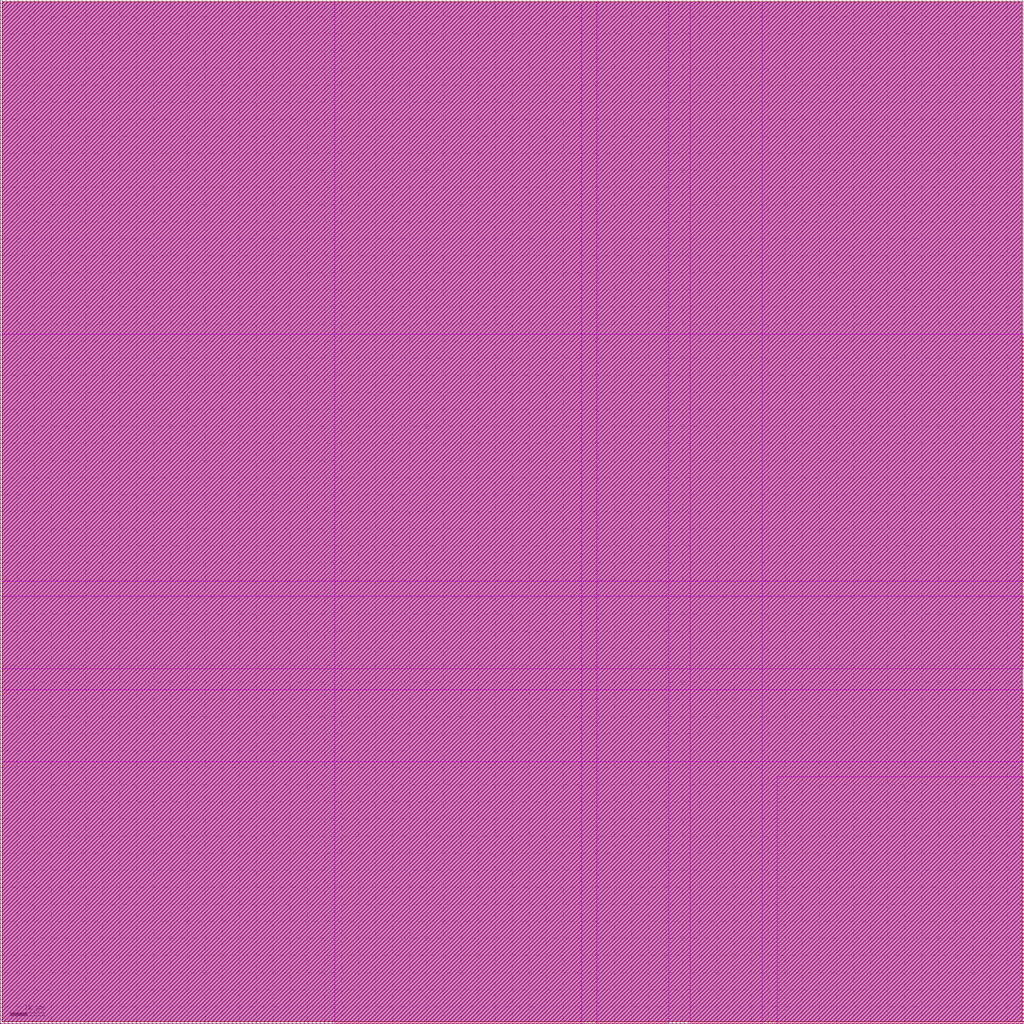
<source format=lef>
# LEF file generated by Abstract Generator version 5.5.10 on Jul 30 14:47:58 2004
#
# Contains LEF for all bins.
# Options:   [x] Antenna
#            [x] Geometry
#            [x] Technology

VERSION 5.4 ;
NAMESCASESENSITIVE ON ;
BUSBITCHARS "[]" ;
DIVIDERCHAR "/" ;
UNITS
  DATABASE MICRONS 1000 ;
END UNITS

USEMINSPACING OBS ON ;
USEMINSPACING PIN OFF ;
CLEARANCEMEASURE EUCLIDEAN ;


MANUFACTURINGGRID 0.1 ;

LAYER nwell
  TYPE	MASTERSLICE ;
END nwell

LAYER nactive
  TYPE	MASTERSLICE ;
END nactive

LAYER pactive
  TYPE	MASTERSLICE ;
END pactive

LAYER poly
  TYPE	MASTERSLICE ;
END poly

LAYER cc
  TYPE	CUT ;
  SPACING	0.9 ;
END cc

LAYER metal1
  TYPE		ROUTING ;
  DIRECTION	HORIZONTAL ;
  PITCH		2  ;
  WIDTH		0.6 ;
  SPACING	0.6 ;
  RESISTANCE	RPERSQ 0.07 ;
  CAPACITANCE	CPERSQDIST 3e-05 ;
END metal1

LAYER via
  TYPE	CUT ;
  SPACING	0.6 ;
END via

LAYER metal2
  TYPE		ROUTING ;
  DIRECTION	VERTICAL ;
  PITCH		1.6  ;
  WIDTH		0.6 ;
  SPACING	0.6 ;
  RESISTANCE	RPERSQ 0.07 ;
  CAPACITANCE	CPERSQDIST 1.7e-05 ;
END metal2

LAYER via2
  TYPE	CUT ;
  SPACING	0.6 ;
END via2

LAYER metal3
  TYPE		ROUTING ;
  DIRECTION	HORIZONTAL ;
  PITCH		2  ;
  WIDTH		0.6 ;
  SPACING	0.6 ;
  RESISTANCE	RPERSQ 0.07 ;
  CAPACITANCE	CPERSQDIST 7e-06 ;
END metal3

LAYER via3
  TYPE	CUT ;
  SPACING	0.8 ;
END via3

LAYER metal4
  TYPE		ROUTING ;
  DIRECTION	VERTICAL ;
  PITCH		3.2  ;
  WIDTH		1.2 ;
  SPACING	1.2 ;
  RESISTANCE	RPERSQ 0.04 ;
  CAPACITANCE	CPERSQDIST 4e-06 ;
END metal4

VIA M2_M1 DEFAULT
  LAYER metal1 ;
    RECT -0.400 -0.400 0.400 0.400 ;
  LAYER via ;
    RECT -0.200 -0.200 0.200 0.200 ;
  LAYER metal2 ;
    RECT -0.400 -0.400 0.400 0.400 ;
END M2_M1

VIA M3_M2 DEFAULT
  LAYER metal2 ;
    RECT -0.400 -0.400 0.400 0.400 ;
  LAYER via2 ;
    RECT -0.200 -0.200 0.200 0.200 ;
  LAYER metal3 ;
    RECT -0.400 -0.400 0.400 0.400 ;
END M3_M2

VIA M4_M3 DEFAULT
  LAYER metal3 ;
    RECT -0.400 -0.400 0.400 0.400 ;
  LAYER via3 ;
    RECT -0.200 -0.200 0.200 0.200 ;
  LAYER metal4 ;
    RECT -0.600 -0.600 0.600 0.600 ;
END M4_M3


VIARULE viagen21 GENERATE
  LAYER metal1 ;
    DIRECTION HORIZONTAL ;
    WIDTH 0.6 TO 60 ;
    OVERHANG 0.2 ;
    METALOVERHANG 0 ;
  LAYER metal2 ;
    DIRECTION VERTICAL ;
    WIDTH 0.6 TO 60 ;
    OVERHANG 0.2 ;
    METALOVERHANG 0 ;
  LAYER via ;
    RECT -0.2 -0.2 0.2 0.2 ;
    SPACING 1 BY 1 ;
END viagen21

VIARULE viagen32 GENERATE
  LAYER metal3 ;
    DIRECTION HORIZONTAL ;
    WIDTH 0.6 TO 60 ;
    OVERHANG 0.2 ;
    METALOVERHANG 0 ;
  LAYER metal2 ;
    DIRECTION VERTICAL ;
    WIDTH 0.6 TO 60 ;
    OVERHANG 0.2 ;
    METALOVERHANG 0 ;
  LAYER via2 ;
    RECT -0.2 -0.2 0.2 0.2 ;
    SPACING 1 BY 1 ;
END viagen32

VIARULE viagen43 GENERATE
  LAYER metal3 ;
    DIRECTION HORIZONTAL ;
    WIDTH 0.6 TO 60 ;
    OVERHANG 0.4 ;
    METALOVERHANG 0 ;
  LAYER metal4 ;
    DIRECTION VERTICAL ;
    WIDTH 0.6 TO 60 ;
    OVERHANG 0.4 ;
    METALOVERHANG 0 ;
  LAYER via3 ;
    RECT -0.2 -0.2 0.2 0.2 ;
    SPACING 1.2 BY 1.2 ;
END viagen43

VIARULE TURN1 GENERATE
  LAYER metal1 ;
    DIRECTION HORIZONTAL ;
  LAYER metal1 ;
    DIRECTION VERTICAL ;
END TURN1

VIARULE TURN2 GENERATE
  LAYER metal2 ;
    DIRECTION HORIZONTAL ;
  LAYER metal2 ;
    DIRECTION VERTICAL ;
END TURN2

VIARULE TURN3 GENERATE
  LAYER metal3 ;
    DIRECTION HORIZONTAL ;
  LAYER metal3 ;
    DIRECTION VERTICAL ;
END TURN3

VIARULE TURN4 GENERATE
  LAYER metal4 ;
    DIRECTION HORIZONTAL ;
  LAYER metal4 ;
    DIRECTION VERTICAL ;
END TURN4

SITE  corner
    CLASS	PAD ;
    SYMMETRY	R90 Y ;
    SIZE	300.000 BY 300.000 ;
END  corner

SITE  IO
    CLASS	PAD ;
    SYMMETRY	Y ;
    SIZE	90.000 BY 300.000 ;
END  IO

SITE  core
    CLASS	CORE ;
    SYMMETRY	Y ;
    SIZE	1.600 BY 20.000 ;
END  core

MACRO FILL
  CLASS  CORE ;
  FOREIGN FILL 0.000 0.000 ;
  ORIGIN 0.000 0.000 ;
  SIZE 1.600 BY 20.000 ;
  SYMMETRY X Y  ;
  SITE core ;
  PIN gnd
    DIRECTION INOUT ;
    USE GROUND ;
    SHAPE ABUTMENT ;
    PORT
      LAYER metal1 ;
        RECT -0.400 -0.600 2.000 0.600 ;
    END
  END gnd
  PIN vdd
    DIRECTION INOUT ;
    USE POWER ;
    SHAPE ABUTMENT ;
    PORT
      LAYER metal1 ;
        RECT -0.400 19.400 2.000 20.600 ;
    END
  END vdd
END FILL

MACRO AND2X1
  CLASS  CORE ;
  FOREIGN AND2X1 0.000 0.000 ;
  ORIGIN 0.000 0.000 ;
  SIZE 6.400 BY 20.000 ;
  SYMMETRY X Y  ;
  SITE core ;
  PIN A
    DIRECTION INPUT ;
    PORT
      LAYER metal1 ;
        RECT 0.400 6.600 1.200 8.200 ;
    END
  END A
  PIN B
    DIRECTION INPUT ;
    PORT
      LAYER metal1 ;
        RECT 2.600 9.800 3.400 11.400 ;
        RECT 2.000 10.600 3.400 11.400 ;
    END
  END B
  PIN gnd
    DIRECTION INOUT ;
    USE GROUND ;
    SHAPE ABUTMENT ;
    PORT
      LAYER metal1 ;
        RECT 3.000 -0.600 3.800 5.200 ;
        RECT -0.400 -0.600 6.800 0.600 ;
    END
  END gnd
  PIN Y
    DIRECTION OUTPUT ;
    PORT
      LAYER metal1 ;
        RECT 5.200 12.600 6.000 13.400 ;
        RECT 5.200 14.800 6.000 18.800 ;
        RECT 5.400 3.200 6.000 18.800 ;
        RECT 4.600 1.200 5.400 3.800 ;
    END
  END Y
  PIN vdd
    DIRECTION INOUT ;
    USE POWER ;
    SHAPE ABUTMENT ;
    PORT
      LAYER metal1 ;
        RECT 0.400 14.800 1.200 20.600 ;
        RECT -0.400 19.400 6.800 20.600 ;
        RECT 3.600 14.800 4.400 20.600 ;
    END
  END vdd
  OBS 
      LAYER metal1 ;
        RECT 0.400 1.200 1.200 5.200 ;
        RECT 0.600 5.200 2.400 5.800 ;
        RECT 1.800 5.200 2.400 6.600 ;
        RECT 4.000 5.800 4.800 6.600 ;
        RECT 1.800 6.000 4.800 6.600 ;
        RECT 4.000 5.800 4.600 14.200 ;
        RECT 2.200 13.600 4.600 14.200 ;
        RECT 2.200 13.600 2.800 18.800 ;
        RECT 2.000 14.800 2.800 18.800 ;
  END 
END AND2X1

MACRO AND2X2
  CLASS  CORE ;
  FOREIGN AND2X2 0.000 0.000 ;
  ORIGIN 0.000 0.000 ;
  SIZE 6.400 BY 20.000 ;
  SYMMETRY X Y  ;
  SITE core ;
  PIN A
    DIRECTION INPUT ;
    PORT
      LAYER metal1 ;
        RECT 0.400 6.600 1.200 8.200 ;
    END
  END A
  PIN B
    DIRECTION INPUT ;
    PORT
      LAYER metal1 ;
        RECT 2.200 7.200 2.800 9.400 ;
        RECT 2.400 7.000 3.200 7.800 ;
        RECT 2.000 8.600 2.800 9.400 ;
    END
  END B
  PIN gnd
    DIRECTION INOUT ;
    USE GROUND ;
    SHAPE ABUTMENT ;
    PORT
      LAYER metal1 ;
        RECT 3.000 -0.600 3.800 5.000 ;
        RECT -0.400 -0.600 6.800 0.600 ;
    END
  END gnd
  PIN Y
    DIRECTION OUTPUT ;
    PORT
      LAYER metal1 ;
        RECT 5.200 8.600 6.000 9.400 ;
        RECT 5.200 10.800 6.000 18.800 ;
        RECT 5.400 4.200 6.000 18.800 ;
        RECT 4.600 1.200 5.400 5.200 ;
    END
  END Y
  PIN vdd
    DIRECTION INOUT ;
    USE POWER ;
    SHAPE ABUTMENT ;
    PORT
      LAYER metal1 ;
        RECT 0.400 14.800 1.200 20.600 ;
        RECT -0.400 19.400 6.800 20.600 ;
        RECT 3.600 11.200 4.400 20.600 ;
    END
  END vdd
  OBS 
      LAYER metal1 ;
        RECT 0.400 1.200 1.200 5.200 ;
        RECT 0.600 1.200 1.200 6.000 ;
        RECT 0.600 5.400 2.400 6.000 ;
        RECT 1.800 5.800 4.800 6.400 ;
        RECT 4.000 5.800 4.800 6.600 ;
        RECT 4.000 5.800 4.600 10.600 ;
        RECT 2.200 10.000 4.600 10.600 ;
        RECT 2.200 10.000 2.800 18.800 ;
        RECT 2.000 14.800 2.800 18.800 ;
  END 
END AND2X2

MACRO AOI21X1
  CLASS  CORE ;
  FOREIGN AOI21X1 0.000 0.000 ;
  ORIGIN 0.000 0.000 ;
  SIZE 6.400 BY 20.000 ;
  SYMMETRY X Y  ;
  SITE core ;
  PIN A
    DIRECTION INPUT ;
    PORT
      LAYER metal1 ;
        RECT 0.400 8.600 1.200 9.400 ;
        RECT 1.200 8.800 2.000 9.800 ;
    END
  END A
  PIN B
    DIRECTION INPUT ;
    PORT
      LAYER metal1 ;
        RECT 2.000 6.600 2.800 8.200 ;
    END
  END B
  PIN C
    DIRECTION INPUT ;
    PORT
      LAYER metal1 ;
        RECT 5.000 3.800 5.800 4.600 ;
        RECT 5.200 4.600 6.000 5.400 ;
    END
  END C
  PIN gnd
    DIRECTION INOUT ;
    USE GROUND ;
    SHAPE ABUTMENT ;
    PORT
      LAYER metal1 ;
        RECT 1.000 -0.600 1.800 5.200 ;
        RECT -0.400 -0.600 6.800 0.600 ;
        RECT 5.200 -0.600 6.000 3.200 ;
    END
  END gnd
  PIN Y
    DIRECTION OUTPUT ;
    PORT
      LAYER metal1 ;
        RECT 3.600 1.200 4.200 9.400 ;
        RECT 5.200 10.800 6.000 18.800 ;
        RECT 3.600 8.800 6.000 9.400 ;
        RECT 5.200 8.600 6.000 9.400 ;
        RECT 5.200 8.600 5.800 18.800 ;
        RECT 3.600 1.200 4.400 5.200 ;
    END
  END Y
  PIN vdd
    DIRECTION INOUT ;
    USE POWER ;
    SHAPE ABUTMENT ;
    PORT
      LAYER metal1 ;
        RECT 2.000 12.000 2.800 20.600 ;
        RECT -0.400 19.400 6.800 20.600 ;
    END
  END vdd
  OBS 
      LAYER metal1 ;
        RECT 0.400 10.800 4.400 11.400 ;
        RECT 0.400 10.800 1.200 18.800 ;
        RECT 3.600 10.800 4.400 18.800 ;
  END 
END AOI21X1

MACRO AOI22X1
  CLASS  CORE ;
  FOREIGN AOI22X1 0.000 0.000 ;
  ORIGIN 0.000 0.000 ;
  SIZE 8.000 BY 20.000 ;
  SYMMETRY X Y  ;
  SITE core ;
  PIN A
    DIRECTION INPUT ;
    PORT
      LAYER metal1 ;
        RECT 0.400 8.600 1.200 9.400 ;
        RECT 1.200 8.800 2.000 9.800 ;
    END
  END A
  PIN B
    DIRECTION INPUT ;
    PORT
      LAYER metal1 ;
        RECT 2.000 6.600 2.800 8.200 ;
    END
  END B
  PIN C
    DIRECTION INPUT ;
    PORT
      LAYER metal1 ;
        RECT 6.800 8.600 7.600 10.200 ;
    END
  END C
  PIN D
    DIRECTION INPUT ;
    PORT
      LAYER metal1 ;
        RECT 5.200 6.600 5.800 8.600 ;
        RECT 5.200 6.600 6.000 7.400 ;
        RECT 5.000 7.800 5.800 8.600 ;
    END
  END D
  PIN gnd
    DIRECTION INOUT ;
    USE GROUND ;
    SHAPE ABUTMENT ;
    PORT
      LAYER metal1 ;
        RECT 0.800 -0.600 1.600 5.200 ;
        RECT -0.400 -0.600 8.400 0.600 ;
        RECT 6.800 -0.600 7.600 5.200 ;
    END
  END gnd
  PIN Y
    DIRECTION OUTPUT ;
    PORT
      LAYER metal1 ;
        RECT 3.600 8.600 4.400 9.400 ;
        RECT 5.200 10.800 6.000 17.600 ;
        RECT 5.200 9.600 5.800 17.600 ;
        RECT 3.800 9.600 5.800 10.200 ;
        RECT 3.400 1.200 5.000 5.200 ;
        RECT 3.800 1.200 4.400 10.200 ;
    END
  END Y
  PIN vdd
    DIRECTION INOUT ;
    USE POWER ;
    SHAPE ABUTMENT ;
    PORT
      LAYER metal1 ;
        RECT 2.000 12.000 2.800 20.600 ;
        RECT -0.400 19.400 8.400 20.600 ;
    END
  END vdd
  OBS 
      LAYER metal1 ;
        RECT 0.400 10.800 4.400 11.400 ;
        RECT 3.600 10.800 4.400 18.800 ;
        RECT 0.400 10.800 1.200 18.800 ;
        RECT 6.800 10.800 7.600 18.800 ;
        RECT 3.600 18.200 7.600 18.800 ;
  END 
END AOI22X1

MACRO BUFX2
  CLASS  CORE ;
  FOREIGN BUFX2 0.000 0.000 ;
  ORIGIN 0.000 0.000 ;
  SIZE 4.800 BY 20.000 ;
  SYMMETRY X Y  ;
  SITE core ;
  PIN A
    DIRECTION INPUT ;
    PORT
      LAYER metal1 ;
        RECT 0.400 7.800 1.200 9.400 ;
    END
  END A
  PIN gnd
    DIRECTION INOUT ;
    USE GROUND ;
    SHAPE ABUTMENT ;
    PORT
      LAYER metal1 ;
        RECT 2.000 -0.600 2.800 5.200 ;
        RECT -0.400 -0.600 5.200 0.600 ;
    END
  END gnd
  PIN Y
    DIRECTION OUTPUT ;
    PORT
      LAYER metal1 ;
        RECT 3.600 1.200 4.400 8.600 ;
        RECT 3.600 10.800 4.400 18.800 ;
        RECT 3.800 1.200 4.400 18.800 ;
    END
  END Y
  PIN vdd
    DIRECTION INOUT ;
    USE POWER ;
    SHAPE ABUTMENT ;
    PORT
      LAYER metal1 ;
        RECT 2.000 12.000 2.800 20.600 ;
        RECT -0.400 19.400 5.200 20.600 ;
    END
  END vdd
  OBS 
      LAYER metal1 ;
        RECT 0.400 1.200 1.200 6.400 ;
        RECT 0.400 5.800 2.600 6.400 ;
        RECT 2.000 9.400 3.200 10.200 ;
        RECT 2.000 5.800 2.600 11.400 ;
        RECT 0.400 10.800 2.600 11.400 ;
        RECT 0.400 10.800 1.200 18.800 ;
  END 
END BUFX2

MACRO BUFX4
  CLASS  CORE ;
  FOREIGN BUFX4 0.000 0.000 ;
  ORIGIN 0.000 0.000 ;
  SIZE 6.400 BY 20.000 ;
  SYMMETRY X Y  ;
  SITE core ;
  PIN A
    DIRECTION INPUT ;
    PORT
      LAYER metal1 ;
        RECT 0.600 7.800 1.400 9.400 ;
        RECT 0.400 8.600 1.400 9.400 ;
    END
  END A
  PIN gnd
    DIRECTION INOUT ;
    USE GROUND ;
    SHAPE ABUTMENT ;
    PORT
      LAYER metal1 ;
        RECT 2.000 -0.600 2.800 5.200 ;
        RECT -0.400 -0.600 6.800 0.600 ;
        RECT 5.200 -0.600 6.000 5.200 ;
    END
  END gnd
  PIN Y
    DIRECTION OUTPUT ;
    PORT
      LAYER metal1 ;
        RECT 3.600 1.200 4.400 5.200 ;
        RECT 4.000 4.600 4.600 11.800 ;
        RECT 3.600 10.800 4.400 18.800 ;
        RECT 3.600 6.600 4.600 7.400 ;
    END
  END Y
  PIN vdd
    DIRECTION INOUT ;
    USE POWER ;
    SHAPE ABUTMENT ;
    PORT
      LAYER metal1 ;
        RECT 2.000 12.000 2.800 20.600 ;
        RECT -0.400 19.400 6.800 20.600 ;
        RECT 5.200 10.800 6.000 20.600 ;
    END
  END vdd
  OBS 
      LAYER metal1 ;
        RECT 0.400 1.200 1.200 6.400 ;
        RECT 0.400 5.800 3.000 6.400 ;
        RECT 2.400 8.000 3.400 8.800 ;
        RECT 2.400 5.800 3.000 11.400 ;
        RECT 0.400 10.800 3.000 11.400 ;
        RECT 0.400 10.800 1.200 18.800 ;
  END 
END BUFX4

MACRO DFFNEGX1
  CLASS  CORE ;
  FOREIGN DFFNEGX1 0.000 0.000 ;
  ORIGIN 0.000 0.000 ;
  SIZE 19.200 BY 20.000 ;
  SYMMETRY X Y  ;
  SITE core ;
  PIN Q
    DIRECTION OUTPUT ;
    PORT
      LAYER metal1 ;
        RECT 14.600 9.400 15.400 10.200 ;
        RECT 18.000 1.200 18.800 18.800 ;
        RECT 14.600 9.600 18.800 10.200 ;
        RECT 15.000 5.600 18.800 6.200 ;
        RECT 15.000 5.400 15.800 6.200 ;
    END
  END Q
  PIN CLK
    DIRECTION INPUT ;
    PORT
      LAYER metal2 ;
        RECT 5.200 6.800 6.000 13.400 ;
      LAYER via ;
        RECT 5.400 12.800 5.800 13.200 ;
        RECT 5.400 7.000 5.800 7.400 ;
      LAYER metal1 ;
        RECT 5.200 12.600 6.000 13.400 ;
        RECT 1.200 6.800 12.800 7.400 ;
        RECT 12.000 6.600 12.800 7.400 ;
        RECT 5.200 6.800 6.000 7.600 ;
        RECT 4.200 4.600 5.000 5.400 ;
        RECT 4.000 5.400 4.800 7.400 ;
        RECT 1.200 6.600 2.800 7.400 ;
        RECT 5.400 13.400 6.200 14.200 ;
    END
  END CLK
  PIN D
    DIRECTION INPUT ;
    PORT
      LAYER metal1 ;
        RECT 2.800 8.400 3.600 9.200 ;
        RECT 6.800 8.600 7.600 9.400 ;
        RECT 2.800 8.600 7.600 9.200 ;
    END
  END D
  PIN gnd
    DIRECTION INOUT ;
    USE GROUND ;
    SHAPE ABUTMENT ;
    PORT
      LAYER metal1 ;
        RECT 2.000 -0.600 2.800 5.200 ;
        RECT -0.400 -0.600 19.600 0.600 ;
        RECT 16.400 -0.600 17.200 5.000 ;
        RECT 10.800 -0.600 11.600 3.200 ;
        RECT 7.400 -0.600 8.400 3.200 ;
    END
  END gnd
  PIN vdd
    DIRECTION INOUT ;
    USE POWER ;
    SHAPE ABUTMENT ;
    PORT
      LAYER metal1 ;
        RECT 2.000 11.000 2.800 20.600 ;
        RECT -0.400 19.400 19.600 20.600 ;
        RECT 16.400 10.800 17.200 20.600 ;
        RECT 10.800 14.800 11.600 20.600 ;
        RECT 7.600 14.800 8.400 20.600 ;
    END
  END vdd
  OBS 
      LAYER metal2 ;
        RECT 0.400 5.200 1.200 10.800 ;
        RECT 3.600 3.200 4.400 10.000 ;
        RECT 3.600 3.200 4.200 14.800 ;
        RECT 3.600 10.800 4.400 14.800 ;
        RECT 13.200 3.200 14.000 11.400 ;
        RECT 13.200 3.200 13.800 14.800 ;
        RECT 13.200 12.200 14.000 14.800 ;
      LAYER metal1 ;
        RECT 0.400 1.200 1.200 6.000 ;
        RECT 3.600 14.000 4.400 15.400 ;
        RECT 3.600 14.800 5.600 15.400 ;
        RECT 4.800 14.800 5.600 18.800 ;
        RECT 4.800 1.200 5.600 3.200 ;
        RECT 3.600 2.600 5.600 3.200 ;
        RECT 3.600 2.600 4.400 4.000 ;
        RECT 3.600 11.400 9.000 12.000 ;
        RECT 3.600 11.400 4.400 12.200 ;
        RECT 8.200 11.400 9.000 12.200 ;
        RECT 9.200 1.200 10.000 3.200 ;
        RECT 9.200 1.200 9.800 4.400 ;
        RECT 7.000 3.800 9.800 4.400 ;
        RECT 7.000 3.800 7.800 4.600 ;
        RECT 7.000 13.400 7.800 14.200 ;
        RECT 9.800 13.400 10.600 14.200 ;
        RECT 7.000 13.600 10.600 14.200 ;
        RECT 9.200 13.600 9.800 18.800 ;
        RECT 9.200 14.800 10.000 18.800 ;
        RECT 13.200 14.000 14.000 14.800 ;
        RECT 13.400 14.800 14.600 18.800 ;
        RECT 0.400 9.800 5.000 10.400 ;
        RECT 4.200 10.200 11.400 10.800 ;
        RECT 10.800 10.200 11.400 12.200 ;
        RECT 10.800 11.400 14.600 12.000 ;
        RECT 10.800 11.400 11.800 12.200 ;
        RECT 13.800 11.400 14.600 12.200 ;
        RECT 0.400 9.800 1.200 18.800 ;
        RECT 13.400 1.200 14.600 3.200 ;
        RECT 13.200 2.600 14.000 4.000 ;
        RECT 13.200 8.000 14.000 8.800 ;
        RECT 13.200 8.200 17.000 8.800 ;
        RECT 16.200 8.200 17.000 9.000 ;
      LAYER via ;
        RECT 0.600 10.200 1.000 10.600 ;
        RECT 0.600 5.400 1.000 5.800 ;
        RECT 3.800 14.200 4.200 14.600 ;
        RECT 3.800 11.600 4.200 12.000 ;
        RECT 3.800 3.400 4.200 3.800 ;
        RECT 13.400 14.200 13.800 14.600 ;
        RECT 13.400 8.200 13.800 8.600 ;
        RECT 13.400 3.400 13.800 3.800 ;
  END 
END DFFNEGX1

MACRO NOR3X1
  CLASS  CORE ;
  FOREIGN NOR3X1 0.000 0.000 ;
  ORIGIN 0.000 0.000 ;
  SIZE 12.800 BY 20.000 ;
  SYMMETRY X Y  ;
  SITE core ;
  PIN A
    DIRECTION INPUT ;
    PORT
      LAYER metal1 ;
        RECT 2.000 4.600 3.800 5.400 ;
    END
  END A
  PIN B
    DIRECTION INPUT ;
    PORT
      LAYER metal1 ;
        RECT 3.600 6.600 5.200 7.400 ;
    END
  END B
  PIN C
    DIRECTION INPUT ;
    PORT
      LAYER metal1 ;
        RECT 5.200 8.600 6.800 9.400 ;
    END
  END C
  PIN gnd
    DIRECTION INOUT ;
    USE GROUND ;
    SHAPE ABUTMENT ;
    PORT
      LAYER metal1 ;
        RECT 2.000 -0.600 2.800 3.200 ;
        RECT -0.400 -0.600 13.200 0.600 ;
        RECT 5.200 -0.600 6.000 2.800 ;
    END
  END gnd
  PIN Y
    DIRECTION OUTPUT ;
    PORT
      LAYER metal1 ;
        RECT 3.600 1.200 4.400 3.200 ;
        RECT 10.000 12.000 10.800 17.600 ;
        RECT 10.000 10.600 10.800 11.400 ;
        RECT 10.000 10.600 10.600 17.600 ;
        RECT 7.400 10.600 10.800 11.200 ;
        RECT 7.400 3.200 8.000 11.200 ;
        RECT 6.800 1.200 7.600 4.000 ;
        RECT 4.000 3.400 8.000 4.000 ;
        RECT 4.000 2.600 4.600 4.000 ;
    END
  END Y
  PIN vdd
    DIRECTION INOUT ;
    USE POWER ;
    SHAPE ABUTMENT ;
    PORT
      LAYER metal1 ;
        RECT 2.000 12.800 2.800 20.600 ;
        RECT -0.400 19.400 13.200 20.600 ;
    END
  END vdd
  OBS 
      LAYER metal1 ;
        RECT 0.600 11.600 4.200 12.200 ;
        RECT 3.600 11.600 4.200 18.800 ;
        RECT 3.600 12.800 4.400 18.800 ;
        RECT 0.600 11.600 1.200 18.800 ;
        RECT 0.400 12.800 1.200 18.800 ;
        RECT 6.800 13.000 7.600 18.800 ;
        RECT 3.600 18.200 7.600 18.800 ;
        RECT 5.400 11.800 9.000 12.400 ;
        RECT 5.400 11.800 6.000 17.600 ;
        RECT 5.200 12.800 6.000 17.600 ;
        RECT 8.400 12.000 9.200 18.000 ;
        RECT 11.600 12.000 12.400 18.000 ;
        RECT 8.600 12.000 9.200 18.800 ;
        RECT 11.600 12.000 12.200 18.800 ;
        RECT 8.600 18.200 12.200 18.800 ;
  END 
END NOR3X1

MACRO DFFPOSX1
  CLASS  CORE ;
  FOREIGN DFFPOSX1 0.000 0.000 ;
  ORIGIN 0.000 0.000 ;
  SIZE 19.200 BY 20.000 ;
  SYMMETRY X Y  ;
  SITE core ;
  PIN Q
    DIRECTION OUTPUT ;
    PORT
      LAYER metal1 ;
        RECT 14.600 9.400 15.400 10.200 ;
        RECT 18.000 1.200 18.800 18.800 ;
        RECT 14.600 9.600 18.800 10.200 ;
        RECT 15.000 5.600 18.800 6.200 ;
        RECT 15.000 5.400 15.800 6.200 ;
    END
  END Q
  PIN CLK
    DIRECTION INPUT ;
    PORT
      LAYER metal1 ;
        RECT 1.200 6.600 2.800 7.400 ;
        RECT 13.400 12.200 14.800 13.000 ;
        RECT 13.400 10.600 14.000 13.000 ;
        RECT 11.600 10.600 14.000 11.200 ;
        RECT 11.600 6.800 12.200 11.200 ;
        RECT 11.000 6.600 11.800 7.400 ;
        RECT 1.200 6.800 12.200 7.400 ;
        RECT 5.400 3.800 6.000 7.400 ;
        RECT 5.200 3.800 6.000 4.600 ;
        RECT 4.200 6.800 5.000 7.600 ;
    END
  END CLK
  PIN D
    DIRECTION INPUT ;
    PORT
      LAYER metal1 ;
        RECT 2.600 8.400 3.400 9.200 ;
        RECT 6.800 8.600 7.600 9.400 ;
        RECT 2.600 8.600 7.600 9.200 ;
    END
  END D
  PIN gnd
    DIRECTION INOUT ;
    USE GROUND ;
    SHAPE ABUTMENT ;
    PORT
      LAYER metal1 ;
        RECT 2.000 -0.600 2.800 5.200 ;
        RECT -0.400 -0.600 19.600 0.600 ;
        RECT 16.400 -0.600 17.200 5.000 ;
        RECT 10.800 -0.600 11.600 3.200 ;
        RECT 7.400 -0.600 8.400 3.200 ;
    END
  END gnd
  PIN vdd
    DIRECTION INOUT ;
    USE POWER ;
    SHAPE ABUTMENT ;
    PORT
      LAYER metal1 ;
        RECT 2.000 11.000 2.800 20.600 ;
        RECT -0.400 19.400 19.600 20.600 ;
        RECT 16.400 10.800 17.200 20.600 ;
        RECT 10.800 14.800 11.600 20.600 ;
        RECT 7.600 14.800 8.400 20.600 ;
    END
  END vdd
  OBS 
      LAYER metal2 ;
        RECT 0.400 5.200 1.200 10.800 ;
        RECT 3.600 3.200 4.400 14.800 ;
        RECT 13.200 3.200 14.000 14.800 ;
      LAYER metal1 ;
        RECT 0.400 1.200 1.200 6.000 ;
        RECT 3.600 14.000 4.400 15.400 ;
        RECT 3.600 14.800 5.600 15.400 ;
        RECT 4.800 14.800 5.600 18.800 ;
        RECT 4.800 1.200 5.600 3.200 ;
        RECT 3.600 2.600 5.600 3.200 ;
        RECT 3.600 2.600 4.400 4.000 ;
        RECT 3.600 11.400 9.000 12.000 ;
        RECT 3.600 11.400 4.400 12.200 ;
        RECT 8.200 11.400 9.000 12.200 ;
        RECT 9.200 1.200 10.000 3.200 ;
        RECT 9.200 1.200 9.800 4.400 ;
        RECT 7.000 3.800 9.800 4.400 ;
        RECT 7.000 3.800 7.800 4.600 ;
        RECT 7.000 13.400 7.800 14.200 ;
        RECT 9.800 13.400 10.600 14.200 ;
        RECT 7.000 13.600 10.600 14.200 ;
        RECT 9.200 13.600 9.800 18.800 ;
        RECT 9.200 14.800 10.000 18.800 ;
        RECT 0.400 10.000 6.200 10.400 ;
        RECT 0.400 9.800 6.000 10.400 ;
        RECT 5.400 10.200 10.200 10.800 ;
        RECT 9.600 10.200 10.200 12.600 ;
        RECT 11.000 11.800 11.800 12.600 ;
        RECT 9.600 12.000 11.800 12.600 ;
        RECT 0.400 9.800 1.200 18.800 ;
        RECT 13.200 14.000 14.000 14.800 ;
        RECT 13.400 14.800 14.600 18.800 ;
        RECT 13.400 1.200 14.600 3.200 ;
        RECT 13.200 2.600 14.000 4.000 ;
        RECT 13.200 8.000 14.000 8.800 ;
        RECT 13.200 8.200 17.000 8.800 ;
        RECT 16.200 8.200 17.000 9.000 ;
      LAYER via ;
        RECT 0.600 10.200 1.000 10.600 ;
        RECT 0.600 5.400 1.000 5.800 ;
        RECT 3.800 14.200 4.200 14.600 ;
        RECT 3.800 11.600 4.200 12.000 ;
        RECT 3.800 3.400 4.200 3.800 ;
        RECT 13.400 14.200 13.800 14.600 ;
        RECT 13.400 8.200 13.800 8.600 ;
        RECT 13.400 3.400 13.800 3.800 ;
  END 
END DFFPOSX1

MACRO FAX1
  CLASS  CORE ;
  FOREIGN FAX1 0.000 0.000 ;
  ORIGIN 0.000 0.000 ;
  SIZE 24.000 BY 20.000 ;
  SYMMETRY X Y  ;
  SITE core ;
  PIN YC
    DIRECTION OUTPUT ;
    PORT
      LAYER metal1 ;
        RECT 22.800 1.200 23.600 3.200 ;
        RECT 22.800 14.800 23.600 18.800 ;
        RECT 23.000 1.200 23.600 18.800 ;
        RECT 22.800 6.600 23.600 7.400 ;
    END
  END YC
  PIN YS
    DIRECTION OUTPUT ;
    PORT
      LAYER metal1 ;
        RECT 19.600 1.200 20.400 3.200 ;
        RECT 20.800 4.600 22.000 5.400 ;
        RECT 19.400 9.200 21.400 9.800 ;
        RECT 20.800 3.800 21.400 9.800 ;
        RECT 19.800 3.800 21.400 4.400 ;
        RECT 19.600 14.800 20.400 18.800 ;
        RECT 19.800 1.200 20.400 4.400 ;
        RECT 19.400 9.200 20.000 15.400 ;
    END
  END YS
  PIN A
    DIRECTION INPUT ;
    PORT
      LAYER metal1 ;
        RECT 0.600 6.000 2.000 6.600 ;
        RECT 17.800 6.800 18.600 7.600 ;
        RECT 17.800 5.600 18.400 7.600 ;
        RECT 7.400 5.600 18.400 6.200 ;
        RECT 0.600 6.000 8.200 6.400 ;
        RECT 1.200 5.800 18.400 6.200 ;
        RECT 0.400 6.600 1.200 7.400 ;
    END
  END A
  PIN B
    DIRECTION INPUT ;
    PORT
      LAYER metal1 ;
        RECT 2.200 7.200 2.800 9.400 ;
        RECT 16.000 6.800 16.800 7.600 ;
        RECT 9.400 6.800 16.800 7.400 ;
        RECT 2.200 7.200 10.200 7.600 ;
        RECT 2.800 7.000 16.800 7.400 ;
        RECT 5.800 7.000 6.600 7.800 ;
        RECT 2.200 7.200 3.600 7.800 ;
        RECT 2.000 8.600 2.800 9.400 ;
    END
  END B
  PIN C
    DIRECTION INPUT ;
    PORT
      LAYER metal1 ;
        RECT 3.600 8.600 5.200 9.400 ;
        RECT 14.400 8.000 15.200 8.800 ;
        RECT 10.400 8.200 15.200 8.800 ;
        RECT 3.600 8.600 11.800 9.000 ;
        RECT 3.600 8.600 11.000 9.200 ;
    END
  END C
  PIN gnd
    DIRECTION INOUT ;
    USE GROUND ;
    SHAPE ABUTMENT ;
    PORT
      LAYER metal1 ;
        RECT 2.000 -0.600 2.800 4.000 ;
        RECT -0.400 -0.600 24.400 0.600 ;
        RECT 21.200 -0.600 22.000 3.200 ;
        RECT 18.000 -0.600 18.800 5.000 ;
        RECT 11.000 -0.600 11.800 3.800 ;
        RECT 7.800 -0.600 8.600 4.800 ;
    END
  END gnd
  PIN vdd
    DIRECTION INOUT ;
    USE POWER ;
    SHAPE ABUTMENT ;
    PORT
      LAYER metal1 ;
        RECT 2.000 12.000 2.800 20.600 ;
        RECT -0.400 19.400 24.400 20.600 ;
        RECT 21.200 14.800 22.000 20.600 ;
        RECT 18.000 9.200 18.800 20.600 ;
        RECT 11.000 12.800 11.800 20.600 ;
        RECT 7.800 10.800 8.600 20.600 ;
    END
  END vdd
  OBS 
      LAYER metal2 ;
        RECT 14.400 4.200 15.200 5.000 ;
        RECT 14.600 7.800 20.200 8.400 ;
        RECT 19.400 7.800 20.200 8.600 ;
        RECT 14.600 4.200 15.200 10.200 ;
        RECT 14.400 9.400 15.200 10.200 ;
        RECT 5.200 4.400 6.000 5.200 ;
        RECT 12.000 9.600 12.800 11.400 ;
        RECT 20.800 10.600 21.600 11.400 ;
        RECT 5.200 10.800 21.600 11.400 ;
        RECT 5.400 4.400 6.000 11.600 ;
        RECT 5.200 10.800 6.000 11.600 ;
      LAYER metal1 ;
        RECT 0.400 10.800 4.400 11.400 ;
        RECT 0.400 10.800 1.200 18.800 ;
        RECT 3.600 10.800 4.400 18.800 ;
        RECT 0.400 1.200 1.200 5.200 ;
        RECT 3.600 1.200 4.400 5.200 ;
        RECT 0.400 4.600 4.400 5.200 ;
        RECT 5.200 10.800 6.000 18.800 ;
        RECT 5.200 1.200 6.000 5.200 ;
        RECT 9.400 11.600 13.400 12.200 ;
        RECT 9.400 10.800 10.200 18.800 ;
        RECT 12.600 11.600 13.400 18.800 ;
        RECT 9.400 1.200 10.200 5.000 ;
        RECT 12.600 1.200 13.400 5.000 ;
        RECT 9.400 4.400 13.400 5.000 ;
        RECT 12.800 9.400 13.600 10.200 ;
        RECT 12.000 9.600 12.800 10.400 ;
        RECT 14.400 9.400 15.200 18.800 ;
        RECT 14.200 10.200 15.200 18.800 ;
        RECT 14.200 1.200 15.200 4.200 ;
        RECT 14.400 1.200 15.200 5.000 ;
        RECT 19.400 7.000 20.200 8.600 ;
        RECT 20.800 10.600 22.400 11.400 ;
      LAYER via ;
        RECT 5.400 11.000 5.800 11.400 ;
        RECT 5.400 4.600 5.800 5.000 ;
        RECT 12.200 9.800 12.600 10.200 ;
        RECT 14.600 9.600 15.000 10.000 ;
        RECT 14.600 4.400 15.000 4.800 ;
        RECT 19.600 8.000 20.000 8.400 ;
        RECT 21.000 10.800 21.400 11.200 ;
  END 
END FAX1

MACRO HAX1
  CLASS  CORE ;
  FOREIGN HAX1 0.000 0.000 ;
  ORIGIN 0.000 0.000 ;
  SIZE 16.000 BY 20.000 ;
  SYMMETRY X Y  ;
  SITE core ;
  PIN YC
    DIRECTION OUTPUT ;
    PORT
      LAYER metal2 ;
        RECT 4.600 3.200 6.000 4.000 ;
        RECT 5.200 8.400 6.000 9.200 ;
        RECT 5.400 3.200 6.000 9.200 ;
      LAYER via ;
        RECT 4.800 3.400 5.200 3.800 ;
        RECT 5.400 8.600 5.800 9.000 ;
      LAYER metal1 ;
        RECT 4.600 1.200 5.400 4.000 ;
        RECT 5.200 8.400 6.000 18.800 ;
    END
  END YC
  PIN YS
    DIRECTION OUTPUT ;
    PORT
      LAYER metal1 ;
        RECT 13.200 10.600 14.000 11.400 ;
        RECT 14.200 14.800 15.000 18.800 ;
        RECT 14.400 13.600 15.000 18.800 ;
        RECT 13.400 4.000 15.000 4.600 ;
        RECT 14.400 1.200 15.000 4.600 ;
        RECT 13.400 13.600 15.000 14.200 ;
        RECT 14.200 1.200 15.000 3.200 ;
        RECT 13.400 4.000 14.000 14.200 ;
    END
  END YS
  PIN A
    DIRECTION INPUT ;
    PORT
      LAYER metal1 ;
        RECT 0.400 6.000 1.200 7.400 ;
        RECT 10.000 6.600 10.800 7.400 ;
        RECT 8.400 6.600 10.800 7.200 ;
        RECT 0.400 6.000 9.000 6.600 ;
        RECT 0.800 5.800 1.600 6.600 ;
    END
  END A
  PIN B
    DIRECTION INPUT ;
    PORT
      LAYER metal1 ;
        RECT 2.200 8.000 3.000 8.600 ;
        RECT 8.400 7.800 9.200 8.600 ;
        RECT 7.200 7.800 9.200 8.400 ;
        RECT 2.400 7.200 7.800 7.800 ;
        RECT 2.400 7.200 3.200 8.000 ;
        RECT 2.000 8.600 2.800 9.400 ;
    END
  END B
  PIN gnd
    DIRECTION INOUT ;
    USE GROUND ;
    SHAPE ABUTMENT ;
    PORT
      LAYER metal1 ;
        RECT 0.400 -0.600 1.200 5.200 ;
        RECT -0.400 -0.600 16.400 0.600 ;
        RECT 12.600 -0.600 13.400 3.200 ;
        RECT 6.200 -0.600 7.000 5.000 ;
    END
  END gnd
  PIN vdd
    DIRECTION INOUT ;
    USE POWER ;
    SHAPE ABUTMENT ;
    PORT
      LAYER metal1 ;
        RECT 2.000 15.200 2.800 20.600 ;
        RECT -0.400 19.400 16.400 20.600 ;
        RECT 12.600 14.800 13.400 20.600 ;
        RECT 11.000 10.800 11.800 20.600 ;
        RECT 6.800 14.800 7.600 20.600 ;
    END
  END vdd
  OBS 
      LAYER metal2 ;
        RECT 3.800 4.600 4.600 5.400 ;
        RECT 3.800 4.600 4.400 9.200 ;
        RECT 3.800 8.400 4.600 9.200 ;
      LAYER metal1 ;
        RECT 3.800 8.400 4.600 9.200 ;
        RECT 0.600 14.000 4.400 14.600 ;
        RECT 0.600 14.000 1.200 18.800 ;
        RECT 0.400 14.800 1.200 18.800 ;
        RECT 3.800 8.400 4.400 18.800 ;
        RECT 3.600 14.000 4.400 18.800 ;
        RECT 3.000 1.200 3.800 5.200 ;
        RECT 3.800 4.600 5.600 5.400 ;
        RECT 7.800 1.200 11.800 1.800 ;
        RECT 11.000 1.200 11.800 4.800 ;
        RECT 7.800 1.200 8.600 5.200 ;
        RECT 9.400 2.400 10.200 5.200 ;
        RECT 9.600 2.400 10.200 6.000 ;
        RECT 9.600 5.400 12.600 6.000 ;
        RECT 11.400 5.400 12.600 6.200 ;
        RECT 11.400 5.400 12.000 10.200 ;
        RECT 8.600 9.600 12.000 10.200 ;
        RECT 8.600 9.600 9.200 18.800 ;
        RECT 8.400 10.800 9.200 18.800 ;
      LAYER via ;
        RECT 4.000 8.600 4.400 9.000 ;
        RECT 4.000 4.800 4.400 5.200 ;
  END 
END HAX1

MACRO INVX1
  CLASS  CORE ;
  FOREIGN INVX1 0.000 0.000 ;
  ORIGIN 0.000 0.000 ;
  SIZE 3.200 BY 20.000 ;
  SYMMETRY X Y  ;
  SITE core ;
  PIN A
    DIRECTION INPUT ;
    PORT
      LAYER metal1 ;
        RECT 0.400 3.800 1.200 5.400 ;
    END
  END A
  PIN gnd
    DIRECTION INOUT ;
    USE GROUND ;
    SHAPE ABUTMENT ;
    PORT
      LAYER metal1 ;
        RECT 0.400 -0.600 1.200 3.200 ;
        RECT -0.400 -0.600 3.600 0.600 ;
    END
  END gnd
  PIN Y
    DIRECTION OUTPUT ;
    PORT
      LAYER metal1 ;
        RECT 2.000 1.200 2.800 18.800 ;
    END
  END Y
  PIN vdd
    DIRECTION INOUT ;
    USE POWER ;
    SHAPE ABUTMENT ;
    PORT
      LAYER metal1 ;
        RECT 0.400 14.800 1.200 20.600 ;
        RECT -0.400 19.400 3.600 20.600 ;
    END
  END vdd
END INVX1

MACRO INVX2
  CLASS  CORE ;
  FOREIGN INVX2 0.000 0.000 ;
  ORIGIN 0.000 0.000 ;
  SIZE 3.200 BY 20.000 ;
  SYMMETRY X Y  ;
  SITE core ;
  PIN A
    DIRECTION INPUT ;
    PORT
      LAYER metal1 ;
        RECT 0.400 5.800 1.200 7.400 ;
    END
  END A
  PIN gnd
    DIRECTION INOUT ;
    USE GROUND ;
    SHAPE ABUTMENT ;
    PORT
      LAYER metal1 ;
        RECT 0.400 -0.600 1.200 5.200 ;
        RECT -0.400 -0.600 3.600 0.600 ;
    END
  END gnd
  PIN Y
    DIRECTION OUTPUT ;
    PORT
      LAYER metal1 ;
        RECT 2.000 1.200 2.800 18.800 ;
    END
  END Y
  PIN vdd
    DIRECTION INOUT ;
    USE POWER ;
    SHAPE ABUTMENT ;
    PORT
      LAYER metal1 ;
        RECT 0.400 10.800 1.200 20.600 ;
        RECT -0.400 19.400 3.600 20.600 ;
    END
  END vdd
END INVX2

MACRO INVX4
  CLASS  CORE ;
  FOREIGN INVX4 0.000 0.000 ;
  ORIGIN 0.000 0.000 ;
  SIZE 4.800 BY 20.000 ;
  SYMMETRY X Y  ;
  SITE core ;
  PIN A
    DIRECTION INPUT ;
    PORT
      LAYER metal1 ;
        RECT 0.400 5.800 1.200 7.400 ;
    END
  END A
  PIN gnd
    DIRECTION INOUT ;
    USE GROUND ;
    SHAPE ABUTMENT ;
    PORT
      LAYER metal1 ;
        RECT 0.400 -0.600 1.200 5.200 ;
        RECT -0.400 -0.600 5.200 0.600 ;
        RECT 3.600 -0.600 4.400 5.200 ;
    END
  END gnd
  PIN Y
    DIRECTION OUTPUT ;
    PORT
      LAYER metal1 ;
        RECT 2.000 1.200 2.800 18.800 ;
    END
  END Y
  PIN vdd
    DIRECTION INOUT ;
    USE POWER ;
    SHAPE ABUTMENT ;
    PORT
      LAYER metal1 ;
        RECT 0.400 10.800 1.200 20.600 ;
        RECT -0.400 19.400 5.200 20.600 ;
        RECT 3.600 10.800 4.400 20.600 ;
    END
  END vdd
END INVX4

MACRO INVX8
  CLASS  CORE ;
  FOREIGN INVX8 0.000 0.000 ;
  ORIGIN 0.000 0.000 ;
  SIZE 8.000 BY 20.000 ;
  SYMMETRY X Y  ;
  SITE core ;
  PIN A
    DIRECTION INPUT ;
    PORT
      LAYER metal1 ;
        RECT 0.400 5.800 1.200 7.400 ;
    END
  END A
  PIN gnd
    DIRECTION INOUT ;
    USE GROUND ;
    SHAPE ABUTMENT ;
    PORT
      LAYER metal1 ;
        RECT 0.400 -0.600 1.200 5.200 ;
        RECT -0.400 -0.600 8.400 0.600 ;
        RECT 6.800 -0.600 7.600 5.200 ;
        RECT 3.600 -0.600 4.400 5.200 ;
    END
  END gnd
  PIN Y
    DIRECTION OUTPUT ;
    PORT
      LAYER metal1 ;
        RECT 2.000 1.200 2.800 6.600 ;
        RECT 5.200 1.200 6.000 18.800 ;
        RECT 2.000 9.400 6.000 10.200 ;
        RECT 2.000 5.800 6.000 6.600 ;
        RECT 2.000 9.400 2.800 18.800 ;
    END
  END Y
  PIN vdd
    DIRECTION INOUT ;
    USE POWER ;
    SHAPE ABUTMENT ;
    PORT
      LAYER metal1 ;
        RECT 0.400 10.800 1.200 20.600 ;
        RECT -0.400 19.400 8.400 20.600 ;
        RECT 6.800 10.800 7.600 20.600 ;
        RECT 3.600 10.800 4.400 20.600 ;
    END
  END vdd
END INVX8

MACRO NAND2X1
  CLASS  CORE ;
  FOREIGN NAND2X1 0.000 0.000 ;
  ORIGIN 0.000 0.000 ;
  SIZE 4.800 BY 20.000 ;
  SYMMETRY X Y  ;
  SITE core ;
  PIN A
    DIRECTION INPUT ;
    PORT
      LAYER metal1 ;
        RECT 0.400 5.800 1.200 7.400 ;
    END
  END A
  PIN B
    DIRECTION INPUT ;
    PORT
      LAYER metal1 ;
        RECT 3.600 10.600 4.400 12.200 ;
    END
  END B
  PIN gnd
    DIRECTION INOUT ;
    USE GROUND ;
    SHAPE ABUTMENT ;
    PORT
      LAYER metal1 ;
        RECT 0.400 -0.600 1.200 5.200 ;
        RECT -0.400 -0.600 5.200 0.600 ;
    END
  END gnd
  PIN Y
    DIRECTION OUTPUT ;
    PORT
      LAYER metal1 ;
        RECT 2.000 4.600 2.800 18.800 ;
        RECT 2.000 4.600 3.800 5.200 ;
        RECT 3.000 1.200 3.800 5.200 ;
    END
  END Y
  PIN vdd
    DIRECTION INOUT ;
    USE POWER ;
    SHAPE ABUTMENT ;
    PORT
      LAYER metal1 ;
        RECT 0.400 14.800 1.200 20.600 ;
        RECT -0.400 19.400 5.200 20.600 ;
        RECT 3.600 14.800 4.400 20.600 ;
    END
  END vdd
END NAND2X1

MACRO NAND3X1
  CLASS  CORE ;
  FOREIGN NAND3X1 0.000 0.000 ;
  ORIGIN 0.000 0.000 ;
  SIZE 6.400 BY 20.000 ;
  SYMMETRY X Y  ;
  SITE core ;
  PIN A
    DIRECTION INPUT ;
    PORT
      LAYER metal1 ;
        RECT 0.400 9.800 1.200 11.400 ;
    END
  END A
  PIN B
    DIRECTION INPUT ;
    PORT
      LAYER metal1 ;
        RECT 2.000 8.600 3.600 9.400 ;
    END
  END B
  PIN C
    DIRECTION INPUT ;
    PORT
      LAYER metal1 ;
        RECT 3.600 11.800 4.400 13.400 ;
    END
  END C
  PIN gnd
    DIRECTION INOUT ;
    USE GROUND ;
    SHAPE ABUTMENT ;
    PORT
      LAYER metal1 ;
        RECT 0.400 -0.600 1.200 7.200 ;
        RECT -0.400 -0.600 6.800 0.600 ;
    END
  END gnd
  PIN Y
    DIRECTION OUTPUT ;
    PORT
      LAYER metal1 ;
        RECT 2.200 14.000 2.800 18.800 ;
        RECT 5.200 14.800 6.000 18.800 ;
        RECT 5.200 10.600 6.000 11.400 ;
        RECT 5.200 6.800 5.800 18.800 ;
        RECT 2.200 14.000 5.800 14.600 ;
        RECT 4.200 6.800 5.800 7.400 ;
        RECT 4.000 1.200 4.800 7.200 ;
        RECT 2.000 14.800 2.800 18.800 ;
    END
  END Y
  PIN vdd
    DIRECTION INOUT ;
    USE POWER ;
    SHAPE ABUTMENT ;
    PORT
      LAYER metal1 ;
        RECT 0.400 14.800 1.200 20.600 ;
        RECT -0.400 19.400 6.800 20.600 ;
        RECT 3.600 15.200 4.400 20.600 ;
    END
  END vdd
END NAND3X1

MACRO NOR2X1
  CLASS  CORE ;
  FOREIGN NOR2X1 0.000 0.000 ;
  ORIGIN 0.000 0.000 ;
  SIZE 4.800 BY 20.000 ;
  SYMMETRY X Y  ;
  SITE core ;
  PIN A
    DIRECTION INPUT ;
    PORT
      LAYER metal1 ;
        RECT 0.400 3.800 1.200 5.400 ;
    END
  END A
  PIN B
    DIRECTION INPUT ;
    PORT
      LAYER metal1 ;
        RECT 3.600 8.600 4.400 10.200 ;
    END
  END B
  PIN gnd
    DIRECTION INOUT ;
    USE GROUND ;
    SHAPE ABUTMENT ;
    PORT
      LAYER metal1 ;
        RECT 0.400 -0.600 1.200 3.200 ;
        RECT -0.400 -0.600 5.200 0.600 ;
        RECT 3.600 -0.600 4.400 3.200 ;
    END
  END gnd
  PIN Y
    DIRECTION OUTPUT ;
    PORT
      LAYER metal1 ;
        RECT 2.000 1.200 2.800 3.200 ;
        RECT 3.000 10.800 3.800 18.800 ;
        RECT 2.000 10.800 3.800 11.600 ;
        RECT 2.200 1.200 2.800 11.600 ;
        RECT 2.000 6.600 2.800 7.400 ;
    END
  END Y
  PIN vdd
    DIRECTION INOUT ;
    USE POWER ;
    SHAPE ABUTMENT ;
    PORT
      LAYER metal1 ;
        RECT 0.400 10.800 1.200 20.600 ;
        RECT -0.400 19.400 5.200 20.600 ;
    END
  END vdd
END NOR2X1

MACRO OAI21X1
  CLASS  CORE ;
  FOREIGN OAI21X1 0.000 0.000 ;
  ORIGIN 0.000 0.000 ;
  SIZE 6.400 BY 20.000 ;
  SYMMETRY X Y  ;
  SITE core ;
  PIN A
    DIRECTION INPUT ;
    PORT
      LAYER metal1 ;
        RECT 0.400 6.600 1.200 7.400 ;
        RECT 1.200 6.200 2.000 7.200 ;
    END
  END A
  PIN B
    DIRECTION INPUT ;
    PORT
      LAYER metal1 ;
        RECT 2.000 7.800 2.800 9.400 ;
    END
  END B
  PIN C
    DIRECTION INPUT ;
    PORT
      LAYER metal1 ;
        RECT 4.600 10.800 5.200 13.400 ;
        RECT 5.200 10.600 6.000 11.400 ;
        RECT 4.400 12.600 5.200 13.400 ;
    END
  END C
  PIN gnd
    DIRECTION INOUT ;
    USE GROUND ;
    SHAPE ABUTMENT ;
    PORT
      LAYER metal1 ;
        RECT 2.000 -0.600 2.800 4.400 ;
        RECT -0.400 -0.600 6.800 0.600 ;
    END
  END gnd
  PIN Y
    DIRECTION OUTPUT ;
    PORT
      LAYER metal1 ;
        RECT 3.000 10.800 3.800 18.800 ;
        RECT 3.400 6.600 6.000 7.400 ;
        RECT 5.200 1.200 6.000 5.200 ;
        RECT 5.200 1.200 5.800 7.400 ;
        RECT 3.400 6.600 4.000 11.400 ;
    END
  END Y
  PIN vdd
    DIRECTION INOUT ;
    USE POWER ;
    SHAPE ABUTMENT ;
    PORT
      LAYER metal1 ;
        RECT 0.400 10.800 1.200 20.600 ;
        RECT -0.400 19.400 6.800 20.600 ;
        RECT 4.600 14.800 5.400 20.600 ;
    END
  END vdd
  OBS 
      LAYER metal1 ;
        RECT 0.400 1.200 1.200 5.200 ;
        RECT 3.600 1.200 4.400 5.200 ;
        RECT 0.600 5.000 4.200 5.600 ;
  END 
END OAI21X1

MACRO OAI22X1
  CLASS  CORE ;
  FOREIGN OAI22X1 0.000 0.000 ;
  ORIGIN 0.000 0.000 ;
  SIZE 8.000 BY 20.000 ;
  SYMMETRY X Y  ;
  SITE core ;
  PIN A
    DIRECTION INPUT ;
    PORT
      LAYER metal1 ;
        RECT 0.400 6.600 1.200 7.400 ;
        RECT 1.200 6.200 2.000 7.200 ;
    END
  END A
  PIN B
    DIRECTION INPUT ;
    PORT
      LAYER metal1 ;
        RECT 2.000 7.800 2.800 9.400 ;
    END
  END B
  PIN C
    DIRECTION INPUT ;
    PORT
      LAYER metal1 ;
        RECT 6.800 6.600 7.600 8.200 ;
    END
  END C
  PIN D
    DIRECTION INPUT ;
    PORT
      LAYER metal1 ;
        RECT 5.200 7.800 6.000 9.400 ;
    END
  END D
  PIN gnd
    DIRECTION INOUT ;
    USE GROUND ;
    SHAPE ABUTMENT ;
    PORT
      LAYER metal1 ;
        RECT 2.000 -0.600 2.800 4.400 ;
        RECT -0.400 -0.600 8.400 0.600 ;
    END
  END gnd
  PIN Y
    DIRECTION OUTPUT ;
    PORT
      LAYER metal1 ;
        RECT 3.600 6.600 4.200 18.800 ;
        RECT 3.600 6.600 6.000 7.200 ;
        RECT 5.400 2.400 6.000 7.200 ;
        RECT 5.200 2.400 6.000 5.200 ;
        RECT 3.000 10.800 5.000 18.800 ;
        RECT 3.600 6.600 4.400 7.400 ;
    END
  END Y
  PIN vdd
    DIRECTION INOUT ;
    USE POWER ;
    SHAPE ABUTMENT ;
    PORT
      LAYER metal1 ;
        RECT 0.400 10.800 1.200 20.600 ;
        RECT -0.400 19.400 8.400 20.600 ;
        RECT 6.800 10.800 7.600 20.600 ;
    END
  END vdd
  OBS 
      LAYER metal1 ;
        RECT 3.600 1.200 7.600 1.800 ;
        RECT 0.400 1.200 1.200 5.200 ;
        RECT 3.600 1.200 4.400 5.200 ;
        RECT 6.800 1.200 7.600 5.200 ;
        RECT 0.600 5.000 4.200 5.600 ;
  END 
END OAI22X1

MACRO OR2X1
  CLASS  CORE ;
  FOREIGN OR2X1 0.000 0.000 ;
  ORIGIN 0.000 0.000 ;
  SIZE 6.400 BY 20.000 ;
  SYMMETRY X Y  ;
  SITE core ;
  PIN A
    DIRECTION INPUT ;
    PORT
      LAYER metal1 ;
        RECT 0.400 3.800 1.200 5.400 ;
    END
  END A
  PIN B
    DIRECTION INPUT ;
    PORT
      LAYER metal1 ;
        RECT 2.000 6.600 2.800 7.400 ;
        RECT 2.200 5.800 3.600 6.600 ;
    END
  END B
  PIN gnd
    DIRECTION INOUT ;
    USE GROUND ;
    SHAPE ABUTMENT ;
    PORT
      LAYER metal1 ;
        RECT 0.400 -0.600 1.200 3.200 ;
        RECT -0.400 -0.600 6.800 0.600 ;
        RECT 3.600 -0.600 4.400 3.200 ;
    END
  END gnd
  PIN Y
    DIRECTION OUTPUT ;
    PORT
      LAYER metal1 ;
        RECT 5.200 1.200 6.000 3.200 ;
        RECT 5.400 1.200 6.000 14.800 ;
        RECT 4.600 14.800 5.400 18.800 ;
        RECT 4.800 14.200 6.000 14.800 ;
        RECT 5.200 8.600 6.000 9.400 ;
    END
  END Y
  PIN vdd
    DIRECTION INOUT ;
    USE POWER ;
    SHAPE ABUTMENT ;
    PORT
      LAYER metal1 ;
        RECT 3.000 10.800 3.800 20.600 ;
        RECT -0.400 19.400 6.800 20.600 ;
    END
  END vdd
  OBS 
      LAYER metal1 ;
        RECT 2.000 1.200 2.800 3.200 ;
        RECT 2.200 1.200 2.800 4.800 ;
        RECT 2.200 4.200 4.800 4.800 ;
        RECT 4.200 4.200 4.800 7.800 ;
        RECT 3.800 7.200 4.400 10.200 ;
        RECT 3.800 9.400 4.600 10.200 ;
        RECT 0.400 9.600 4.600 10.200 ;
        RECT 0.400 9.600 1.200 18.800 ;
  END 
END OR2X1

MACRO OR2X2
  CLASS  CORE ;
  FOREIGN OR2X2 0.000 0.000 ;
  ORIGIN 0.000 0.000 ;
  SIZE 6.400 BY 20.000 ;
  SYMMETRY X Y  ;
  SITE core ;
  PIN A
    DIRECTION INPUT ;
    PORT
      LAYER metal1 ;
        RECT 0.400 3.800 1.200 5.400 ;
    END
  END A
  PIN B
    DIRECTION INPUT ;
    PORT
      LAYER metal1 ;
        RECT 2.000 6.600 3.000 7.400 ;
        RECT 2.400 7.400 3.200 8.200 ;
    END
  END B
  PIN gnd
    DIRECTION INOUT ;
    USE GROUND ;
    SHAPE ABUTMENT ;
    PORT
      LAYER metal1 ;
        RECT 0.400 -0.600 1.200 3.200 ;
        RECT -0.400 -0.600 6.800 0.600 ;
        RECT 3.600 -0.600 4.400 4.800 ;
    END
  END gnd
  PIN Y
    DIRECTION OUTPUT ;
    PORT
      LAYER metal1 ;
        RECT 5.200 1.200 6.000 5.200 ;
        RECT 5.400 1.200 6.000 11.400 ;
        RECT 4.600 10.800 5.400 18.800 ;
        RECT 5.200 8.600 6.000 9.400 ;
    END
  END Y
  PIN vdd
    DIRECTION INOUT ;
    USE POWER ;
    SHAPE ABUTMENT ;
    PORT
      LAYER metal1 ;
        RECT 3.000 10.800 3.800 20.600 ;
        RECT -0.400 19.400 6.800 20.600 ;
    END
  END vdd
  OBS 
      LAYER metal1 ;
        RECT 2.000 1.200 2.800 3.200 ;
        RECT 2.200 1.200 2.800 6.000 ;
        RECT 2.200 5.400 4.600 6.000 ;
        RECT 3.800 9.000 4.600 9.800 ;
        RECT 4.000 5.400 4.600 9.800 ;
        RECT 0.400 9.600 4.400 10.200 ;
        RECT 0.400 9.600 1.200 18.800 ;
  END 
END OR2X2

MACRO TBUFX1
  CLASS  CORE ;
  FOREIGN TBUFX1 0.000 0.000 ;
  ORIGIN 0.000 0.000 ;
  SIZE 8.000 BY 20.000 ;
  SYMMETRY X Y  ;
  SITE core ;
  PIN A
    DIRECTION INPUT ;
    PORT
      LAYER metal1 ;
        RECT 6.000 6.600 7.600 7.400 ;
    END
  END A
  PIN EN
    DIRECTION INPUT ;
    PORT
      LAYER metal1 ;
        RECT 0.400 12.600 2.000 13.400 ;
    END
  END EN
  PIN gnd
    DIRECTION INOUT ;
    USE GROUND ;
    SHAPE ABUTMENT ;
    PORT
      LAYER metal1 ;
        RECT 0.400 -0.600 1.200 3.200 ;
        RECT -0.400 -0.600 8.400 0.600 ;
        RECT 6.400 -0.600 7.200 5.200 ;
    END
  END gnd
  PIN Y
    DIRECTION OUTPUT ;
    PORT
      LAYER metal1 ;
        RECT 3.800 1.200 4.600 5.200 ;
        RECT 3.800 10.800 4.600 18.800 ;
        RECT 4.000 1.200 4.600 18.800 ;
        RECT 3.600 8.600 4.600 9.400 ;
    END
  END Y
  PIN vdd
    DIRECTION INOUT ;
    USE POWER ;
    SHAPE ABUTMENT ;
    PORT
      LAYER metal1 ;
        RECT 0.400 14.800 1.200 20.600 ;
        RECT -0.400 19.400 8.400 20.600 ;
        RECT 6.400 10.800 7.200 20.600 ;
    END
  END vdd
  OBS 
      LAYER metal1 ;
        RECT 2.000 1.200 2.800 3.200 ;
        RECT 2.600 6.600 3.400 7.400 ;
        RECT 2.600 2.400 3.200 8.000 ;
        RECT 2.400 7.400 3.000 10.600 ;
        RECT 2.600 10.000 3.200 15.400 ;
        RECT 2.000 14.800 2.800 18.800 ;
  END 
END TBUFX1

MACRO TBUFX2
  CLASS  CORE ;
  FOREIGN TBUFX2 0.000 0.000 ;
  ORIGIN 0.000 0.000 ;
  SIZE 11.200 BY 20.000 ;
  SYMMETRY X Y  ;
  SITE core ;
  PIN A
    DIRECTION INPUT ;
    PORT
      LAYER metal1 ;
        RECT 9.000 6.600 10.800 7.400 ;
    END
  END A
  PIN EN
    DIRECTION INPUT ;
    PORT
      LAYER metal1 ;
        RECT 0.400 5.800 1.000 10.200 ;
        RECT 0.400 5.800 1.400 6.600 ;
        RECT 0.400 8.600 1.200 10.200 ;
    END
  END EN
  PIN gnd
    DIRECTION INOUT ;
    USE GROUND ;
    SHAPE ABUTMENT ;
    PORT
      LAYER metal1 ;
        RECT 0.400 -0.600 1.200 5.200 ;
        RECT -0.400 -0.600 11.600 0.600 ;
        RECT 8.400 -0.600 9.200 4.600 ;
    END
  END gnd
  PIN Y
    DIRECTION OUTPUT ;
    PORT
      LAYER metal1 ;
        RECT 5.200 2.400 5.800 17.600 ;
        RECT 5.200 10.800 6.000 17.600 ;
        RECT 5.200 8.600 6.000 9.400 ;
        RECT 5.200 2.400 6.000 5.200 ;
    END
  END Y
  PIN vdd
    DIRECTION INOUT ;
    USE POWER ;
    SHAPE ABUTMENT ;
    PORT
      LAYER metal1 ;
        RECT 0.400 10.800 1.200 20.600 ;
        RECT -0.400 19.400 11.600 20.600 ;
        RECT 8.400 12.200 9.200 20.600 ;
    END
  END vdd
  OBS 
      LAYER metal1 ;
        RECT 2.000 1.200 2.800 5.200 ;
        RECT 2.000 8.200 2.800 9.000 ;
        RECT 2.000 1.200 2.600 18.800 ;
        RECT 2.000 10.800 2.800 18.800 ;
        RECT 6.800 10.800 10.800 11.600 ;
        RECT 3.600 10.800 4.400 18.800 ;
        RECT 6.800 10.800 7.600 18.800 ;
        RECT 3.600 18.200 7.600 18.800 ;
        RECT 10.000 10.800 10.800 18.800 ;
        RECT 3.600 1.200 7.600 1.800 ;
        RECT 10.000 1.200 10.800 4.600 ;
        RECT 6.800 1.200 7.600 5.800 ;
        RECT 3.600 1.200 4.400 5.200 ;
        RECT 10.200 1.200 10.800 5.800 ;
        RECT 6.800 5.200 10.800 5.800 ;
  END 
END TBUFX2

MACRO XOR2X1
  CLASS  CORE ;
  FOREIGN XOR2X1 0.000 0.000 ;
  ORIGIN 0.000 0.000 ;
  SIZE 11.200 BY 20.000 ;
  SYMMETRY X Y  ;
  SITE core ;
  PIN A
    DIRECTION INPUT ;
    PORT
      LAYER metal1 ;
        RECT 0.400 6.600 2.000 7.400 ;
        RECT 4.000 7.000 4.800 7.800 ;
        RECT 2.000 7.000 4.800 7.600 ;
        RECT 0.400 6.800 2.600 7.400 ;
    END
  END A
  PIN B
    DIRECTION INPUT ;
    PORT
      LAYER metal1 ;
        RECT 9.200 6.600 10.800 7.400 ;
    END
  END B
  PIN gnd
    DIRECTION INOUT ;
    USE GROUND ;
    SHAPE ABUTMENT ;
    PORT
      LAYER metal1 ;
        RECT 2.200 -0.600 3.000 4.600 ;
        RECT -0.400 -0.600 11.600 0.600 ;
        RECT 8.200 -0.600 9.200 4.600 ;
        RECT 2.000 1.200 3.000 4.600 ;
    END
  END gnd
  PIN Y
    DIRECTION OUTPUT ;
    PORT
      LAYER metal1 ;
        RECT 5.200 8.600 6.000 9.400 ;
        RECT 4.800 10.800 6.400 18.800 ;
        RECT 5.800 1.200 6.400 7.400 ;
        RECT 5.400 6.800 6.000 18.800 ;
        RECT 4.800 1.200 6.400 4.800 ;
    END
  END Y
  PIN vdd
    DIRECTION INOUT ;
    USE POWER ;
    SHAPE ABUTMENT ;
    PORT
      LAYER metal1 ;
        RECT 2.000 12.200 3.000 18.800 ;
        RECT -0.400 19.400 11.600 20.600 ;
        RECT 8.200 12.200 9.200 20.600 ;
        RECT 2.200 12.200 3.000 20.600 ;
    END
  END vdd
  OBS 
      LAYER metal2 ;
        RECT 2.200 5.200 3.000 6.000 ;
        RECT 2.200 5.400 7.800 6.000 ;
        RECT 3.600 5.400 4.400 6.200 ;
        RECT 7.000 5.400 7.800 6.200 ;
        RECT 2.200 5.200 2.800 11.600 ;
        RECT 2.200 10.800 3.000 11.600 ;
        RECT 8.400 5.200 9.200 6.000 ;
        RECT 3.600 6.800 9.200 7.400 ;
        RECT 3.600 6.800 4.200 9.600 ;
        RECT 3.400 8.800 4.200 9.600 ;
        RECT 8.600 5.200 9.200 11.600 ;
        RECT 8.400 10.800 9.200 11.600 ;
      LAYER metal1 ;
        RECT 0.400 10.800 3.000 11.400 ;
        RECT 2.200 10.800 3.000 11.600 ;
        RECT 0.400 10.800 1.200 18.800 ;
        RECT 0.400 1.200 1.200 5.800 ;
        RECT 0.400 5.200 3.000 5.800 ;
        RECT 2.200 5.200 3.000 6.000 ;
        RECT 2.600 8.600 3.400 9.400 ;
        RECT 3.400 8.800 4.200 9.600 ;
        RECT 3.600 5.400 5.200 6.200 ;
        RECT 7.000 5.400 7.800 6.200 ;
        RECT 7.200 5.400 7.800 7.400 ;
        RECT 7.200 6.600 8.000 7.400 ;
        RECT 8.400 10.800 10.800 11.400 ;
        RECT 8.400 10.800 9.200 11.600 ;
        RECT 10.000 10.800 10.800 18.800 ;
        RECT 10.000 1.200 10.800 5.800 ;
        RECT 8.400 5.200 10.800 5.800 ;
        RECT 8.400 5.200 9.200 6.000 ;
      LAYER via ;
        RECT 2.400 11.000 2.800 11.400 ;
        RECT 2.400 5.400 2.800 5.800 ;
        RECT 3.600 9.000 4.000 9.400 ;
        RECT 3.800 5.600 4.200 6.000 ;
        RECT 7.200 5.600 7.600 6.000 ;
        RECT 8.600 11.000 9.000 11.400 ;
        RECT 8.600 5.400 9.000 5.800 ;
  END 
END XOR2X1

MACRO MUX2X1
  CLASS  CORE ;
  FOREIGN MUX2X1 0.000 0.000 ;
  ORIGIN 0.000 0.000 ;
  SIZE 9.600 BY 20.000 ;
  SYMMETRY X Y  ;
  SITE core ;
  PIN A
    DIRECTION INPUT ;
    PORT
      LAYER metal1 ;
        RECT 6.800 8.600 7.600 10.200 ;
    END
  END A
  PIN B
    DIRECTION INPUT ;
    PORT
      LAYER metal1 ;
        RECT 2.000 7.800 2.800 9.400 ;
    END
  END B
  PIN S
    DIRECTION INPUT ;
    PORT
      LAYER metal1 ;
        RECT 0.400 7.800 1.200 9.400 ;
    END
  END S
  PIN gnd
    DIRECTION INOUT ;
    USE GROUND ;
    SHAPE ABUTMENT ;
    PORT
      LAYER metal1 ;
        RECT 2.000 -0.600 2.800 5.600 ;
        RECT -0.400 -0.600 10.000 0.600 ;
        RECT 7.200 -0.600 8.000 6.000 ;
    END
  END gnd
  PIN Y
    DIRECTION OUTPUT ;
    PORT
      LAYER metal1 ;
        RECT 4.600 2.000 5.400 5.600 ;
        RECT 5.600 6.600 7.600 7.400 ;
        RECT 4.600 11.200 6.200 11.800 ;
        RECT 5.600 5.000 6.200 11.800 ;
        RECT 5.400 5.000 6.200 6.000 ;
        RECT 4.600 11.200 5.400 18.800 ;
    END
  END Y
  PIN vdd
    DIRECTION INOUT ;
    USE POWER ;
    SHAPE ABUTMENT ;
    PORT
      LAYER metal1 ;
        RECT 2.000 11.200 2.800 20.600 ;
        RECT -0.400 19.400 10.000 20.600 ;
        RECT 7.200 10.800 8.000 20.600 ;
    END
  END vdd
  OBS 
      LAYER metal1 ;
        RECT 0.400 2.000 1.200 4.000 ;
        RECT 0.400 2.000 1.000 6.800 ;
        RECT 0.400 6.200 4.600 6.800 ;
        RECT 3.600 6.200 4.600 8.000 ;
        RECT 3.600 7.200 5.000 8.000 ;
        RECT 3.600 6.200 4.200 10.600 ;
        RECT 0.400 10.000 4.200 10.600 ;
        RECT 0.400 10.000 1.000 18.000 ;
        RECT 0.400 14.000 1.200 18.000 ;
  END 
END MUX2X1

MACRO XNOR2X1
  CLASS  CORE ;
  FOREIGN XNOR2X1 0.000 0.000 ;
  ORIGIN 0.000 0.000 ;
  SIZE 11.200 BY 20.000 ;
  SYMMETRY X Y  ;
  SITE core ;
  PIN A
    DIRECTION INPUT ;
    PORT
      LAYER metal2 ;
        RECT 3.600 5.400 4.400 6.200 ;
        RECT 7.000 5.400 7.800 6.200 ;
        RECT 3.600 5.400 7.800 6.000 ;
      LAYER via ;
        RECT 3.800 5.600 4.200 6.000 ;
        RECT 7.200 5.600 7.600 6.000 ;
      LAYER metal1 ;
        RECT 0.400 6.600 2.000 7.400 ;
        RECT 7.200 6.600 8.000 7.400 ;
        RECT 7.200 5.400 7.800 7.400 ;
        RECT 7.000 5.400 7.800 6.200 ;
        RECT 3.600 5.400 5.200 6.200 ;
        RECT 0.400 6.600 3.800 7.200 ;
        RECT 3.200 5.600 3.800 7.200 ;
    END
  END A
  PIN B
    DIRECTION INPUT ;
    PORT
      LAYER metal1 ;
        RECT 9.200 6.600 10.800 7.400 ;
    END
  END B
  PIN gnd
    DIRECTION INOUT ;
    USE GROUND ;
    SHAPE ABUTMENT ;
    PORT
      LAYER metal1 ;
        RECT 2.200 -0.600 3.000 4.600 ;
        RECT -0.400 -0.600 11.600 0.600 ;
        RECT 8.200 -0.600 9.200 4.600 ;
        RECT 2.000 1.200 3.000 4.600 ;
    END
  END gnd
  PIN Y
    DIRECTION OUTPUT ;
    PORT
      LAYER metal1 ;
        RECT 4.800 1.200 6.400 4.800 ;
        RECT 6.200 8.600 7.600 9.400 ;
        RECT 6.200 8.200 6.800 11.400 ;
        RECT 4.800 10.800 6.400 18.800 ;
        RECT 5.800 1.200 6.400 8.800 ;
    END
  END Y
  PIN vdd
    DIRECTION INOUT ;
    USE POWER ;
    SHAPE ABUTMENT ;
    PORT
      LAYER metal1 ;
        RECT 2.000 12.200 3.000 18.800 ;
        RECT -0.400 19.400 11.600 20.600 ;
        RECT 8.200 12.200 9.200 20.600 ;
        RECT 2.200 12.200 3.000 20.600 ;
    END
  END vdd
  OBS 
      LAYER metal2 ;
        RECT 1.800 5.200 2.600 6.000 ;
        RECT 1.800 5.200 2.400 11.600 ;
        RECT 1.800 10.800 2.600 11.600 ;
        RECT 8.400 5.200 9.200 6.000 ;
        RECT 4.400 6.800 9.200 7.400 ;
        RECT 4.400 6.800 5.200 7.600 ;
        RECT 8.600 5.200 9.200 11.600 ;
        RECT 8.400 10.800 9.200 11.600 ;
      LAYER metal1 ;
        RECT 0.400 1.200 1.200 5.800 ;
        RECT 0.400 5.200 2.600 5.800 ;
        RECT 1.800 5.200 2.600 6.000 ;
        RECT 4.400 6.800 5.200 7.600 ;
        RECT 4.400 6.800 5.000 8.800 ;
        RECT 2.400 8.200 5.000 8.800 ;
        RECT 2.400 8.200 3.200 9.000 ;
        RECT 4.600 9.400 5.400 10.200 ;
        RECT 2.000 9.600 5.400 10.200 ;
        RECT 0.400 10.800 2.600 11.400 ;
        RECT 2.000 9.600 2.600 11.600 ;
        RECT 1.800 10.800 2.600 11.600 ;
        RECT 0.400 10.800 1.200 18.800 ;
        RECT 8.400 10.800 10.800 11.400 ;
        RECT 8.400 10.800 9.200 11.600 ;
        RECT 10.000 10.800 10.800 18.800 ;
        RECT 10.000 1.200 10.800 5.800 ;
        RECT 8.400 5.200 10.800 5.800 ;
        RECT 8.400 5.200 9.200 6.000 ;
      LAYER via ;
        RECT 2.000 11.000 2.400 11.400 ;
        RECT 2.000 5.400 2.400 5.800 ;
        RECT 4.600 7.000 5.000 7.400 ;
        RECT 8.600 11.000 9.000 11.400 ;
        RECT 8.600 5.400 9.000 5.800 ;
  END 
END XNOR2X1

MACRO LATCH
  CLASS  CORE ;
  FOREIGN LATCH 0.000 0.000 ;
  ORIGIN 0.000 0.000 ;
  SIZE 11.200 BY 20.000 ;
  SYMMETRY X Y  ;
  SITE core ;
  PIN Q
    DIRECTION OUTPUT ;
    PORT
      LAYER metal1 ;
        RECT 7.400 7.600 10.800 8.400 ;
        RECT 10.000 1.200 10.800 18.800 ;
    END
  END Q
  PIN CLK
    DIRECTION INPUT ;
    PORT
      LAYER metal1 ;
        RECT 1.200 6.600 2.800 7.400 ;
        RECT 5.800 6.600 6.600 8.200 ;
        RECT 1.200 6.600 6.600 7.200 ;
        RECT 4.400 4.600 5.200 7.200 ;
    END
  END CLK
  PIN D
    DIRECTION INPUT ;
    PORT
      LAYER metal1 ;
        RECT 2.600 9.400 4.400 10.200 ;
        RECT 3.600 9.400 4.400 11.400 ;
    END
  END D
  PIN gnd
    DIRECTION INOUT ;
    USE GROUND ;
    SHAPE ABUTMENT ;
    PORT
      LAYER metal1 ;
        RECT 2.000 -0.600 2.800 5.200 ;
        RECT -0.400 -0.600 11.600 0.600 ;
        RECT 8.400 -0.600 9.200 5.200 ;
    END
  END gnd
  PIN vdd
    DIRECTION INOUT ;
    USE POWER ;
    SHAPE ABUTMENT ;
    PORT
      LAYER metal1 ;
        RECT 2.000 10.800 2.800 20.600 ;
        RECT -0.400 19.400 11.600 20.600 ;
        RECT 8.400 10.800 9.200 20.600 ;
    END
  END vdd
  OBS 
      LAYER metal2 ;
        RECT 0.400 5.200 1.200 10.800 ;
        RECT 5.200 3.200 6.000 14.800 ;
      LAYER metal1 ;
        RECT 0.400 9.800 1.200 18.800 ;
        RECT 0.400 1.200 1.200 6.000 ;
        RECT 0.400 8.000 5.000 8.600 ;
        RECT 0.400 8.000 1.200 8.800 ;
        RECT 4.200 8.000 5.000 8.800 ;
        RECT 5.200 14.000 6.000 18.800 ;
        RECT 5.000 14.800 6.200 18.800 ;
        RECT 5.000 1.200 6.200 3.200 ;
        RECT 5.200 1.200 6.000 4.000 ;
        RECT 5.200 9.400 9.400 10.200 ;
      LAYER via ;
        RECT 0.600 10.200 1.000 10.600 ;
        RECT 0.600 8.200 1.000 8.600 ;
        RECT 0.600 5.400 1.000 5.800 ;
        RECT 5.400 14.200 5.800 14.600 ;
        RECT 5.400 9.600 5.800 10.000 ;
        RECT 5.400 3.400 5.800 3.800 ;
  END 
END LATCH

MACRO DFFSR
  CLASS  CORE ;
  FOREIGN DFFSR 0.000 0.000 ;
  ORIGIN 0.000 0.000 ;
  SIZE 35.200 BY 20.000 ;
  SYMMETRY X Y  ;
  SITE core ;
  PIN Q
    DIRECTION OUTPUT ;
    PORT
      LAYER metal1 ;
        RECT 32.400 1.200 33.200 5.800 ;
        RECT 32.600 5.000 33.400 11.000 ;
        RECT 32.400 10.200 33.200 18.800 ;
    END
  END Q
  PIN CLK
    DIRECTION INPUT ;
    PORT
      LAYER metal1 ;
        RECT 16.400 4.600 18.000 5.400 ;
    END
  END CLK
  PIN R
    DIRECTION INPUT ;
    PORT
      LAYER metal1 ;
        RECT 1.800 8.800 2.600 9.600 ;
        RECT 1.800 9.000 25.200 9.600 ;
        RECT 24.400 8.400 25.200 9.600 ;
        RECT 6.800 8.600 7.600 9.600 ;
    END
  END R
  PIN S
    DIRECTION INPUT ;
    PORT
      LAYER metal1 ;
        RECT 3.600 10.200 4.400 11.400 ;
        RECT 3.600 10.200 30.600 10.800 ;
        RECT 29.800 10.000 30.600 10.800 ;
        RECT 7.000 10.200 7.800 11.000 ;
    END
  END S
  PIN D
    DIRECTION INPUT ;
    PORT
      LAYER metal1 ;
        RECT 13.200 5.800 14.000 7.400 ;
    END
  END D
  PIN gnd
    DIRECTION INOUT ;
    USE GROUND ;
    SHAPE ABUTMENT ;
    PORT
      LAYER metal1 ;
        RECT 3.600 -0.600 4.400 5.200 ;
        RECT -0.400 -0.600 35.600 0.600 ;
        RECT 34.000 -0.600 34.800 3.200 ;
        RECT 27.600 -0.600 28.400 5.200 ;
        RECT 16.400 -0.600 17.200 3.200 ;
        RECT 13.200 -0.600 14.000 3.200 ;
    END
  END gnd
  PIN vdd
    DIRECTION INOUT ;
    USE POWER ;
    SHAPE ABUTMENT ;
    PORT
      LAYER metal1 ;
        RECT 0.400 14.800 1.200 20.600 ;
        RECT -0.400 19.400 35.600 20.600 ;
        RECT 34.000 14.800 34.800 20.600 ;
        RECT 30.800 14.800 31.600 20.600 ;
        RECT 27.600 14.800 28.400 20.600 ;
        RECT 24.400 14.800 25.200 20.600 ;
        RECT 16.400 14.800 17.200 20.600 ;
        RECT 13.200 14.800 14.000 20.600 ;
        RECT 6.800 14.800 7.600 20.600 ;
        RECT 3.600 14.800 4.400 20.600 ;
    END
  END vdd
  OBS 
      LAYER metal2 ;
        RECT 8.400 3.200 9.200 16.800 ;
        RECT 10.000 3.200 10.800 16.800 ;
        RECT 11.600 3.200 12.400 14.800 ;
        RECT 14.800 3.200 15.600 14.800 ;
        RECT 18.000 3.200 18.800 14.800 ;
        RECT 19.600 3.200 20.400 16.800 ;
        RECT 21.200 3.200 22.000 16.800 ;
        RECT 22.800 3.200 23.600 16.800 ;
      LAYER metal1 ;
        RECT 6.800 1.200 7.600 5.200 ;
        RECT 5.000 4.400 7.600 5.200 ;
        RECT 5.000 4.400 5.800 6.600 ;
        RECT 2.800 5.800 5.800 6.600 ;
        RECT 8.400 16.000 9.200 18.800 ;
        RECT 0.400 7.200 9.200 8.000 ;
        RECT 0.400 1.200 1.200 14.200 ;
        RECT 0.400 13.600 2.400 14.200 ;
        RECT 1.800 13.600 2.400 15.400 ;
        RECT 2.000 14.800 2.800 18.800 ;
        RECT 8.400 1.200 9.200 4.000 ;
        RECT 10.000 16.000 10.800 18.800 ;
        RECT 5.400 11.600 10.800 12.200 ;
        RECT 10.000 11.400 10.800 12.200 ;
        RECT 4.600 12.000 6.000 12.800 ;
        RECT 10.000 1.200 10.800 4.000 ;
        RECT 11.600 14.000 12.400 18.800 ;
        RECT 11.600 1.200 12.400 4.000 ;
        RECT 14.800 14.000 15.600 18.800 ;
        RECT 13.000 12.600 15.600 13.400 ;
        RECT 11.000 4.600 15.600 5.200 ;
        RECT 14.800 4.600 15.600 5.400 ;
        RECT 11.000 4.600 11.800 8.400 ;
        RECT 9.800 7.600 11.800 8.400 ;
        RECT 14.800 1.200 15.600 4.000 ;
        RECT 18.000 12.600 18.800 18.800 ;
        RECT 15.600 7.600 18.800 8.400 ;
        RECT 18.000 1.200 18.800 4.000 ;
        RECT 14.800 6.000 15.600 6.800 ;
        RECT 14.800 6.200 19.200 6.800 ;
        RECT 18.400 6.200 19.200 7.000 ;
        RECT 19.600 16.000 20.400 18.800 ;
        RECT 11.800 11.400 20.400 12.000 ;
        RECT 19.600 11.400 20.400 12.200 ;
        RECT 2.000 12.200 3.600 13.000 ;
        RECT 3.000 12.200 3.600 14.200 ;
        RECT 6.600 12.800 12.400 13.400 ;
        RECT 11.800 11.400 12.400 13.400 ;
        RECT 3.000 13.400 7.200 14.200 ;
        RECT 5.200 13.400 6.000 18.800 ;
        RECT 19.600 1.200 20.400 4.000 ;
        RECT 21.200 16.000 22.000 18.800 ;
        RECT 21.000 4.600 22.000 5.400 ;
        RECT 21.200 4.600 22.000 8.200 ;
        RECT 21.200 1.200 22.000 4.000 ;
        RECT 22.800 16.000 23.600 18.800 ;
        RECT 22.800 1.200 23.600 4.000 ;
        RECT 21.200 13.400 25.400 14.200 ;
        RECT 26.000 12.600 28.600 13.400 ;
        RECT 26.000 12.600 26.800 18.800 ;
        RECT 24.400 1.200 25.200 5.200 ;
        RECT 24.400 4.400 26.800 5.200 ;
        RECT 26.000 4.400 26.800 6.400 ;
        RECT 26.000 5.800 27.800 6.400 ;
        RECT 27.000 5.800 27.800 8.400 ;
        RECT 27.000 7.600 30.800 8.400 ;
        RECT 30.800 1.200 31.600 7.000 ;
        RECT 31.400 6.400 32.000 9.600 ;
        RECT 22.800 11.400 31.800 12.000 ;
        RECT 22.800 11.400 23.600 12.200 ;
        RECT 31.200 9.000 31.800 14.200 ;
        RECT 29.200 13.600 31.800 14.200 ;
        RECT 29.200 13.600 30.000 18.800 ;
      LAYER via ;
        RECT 8.600 16.200 9.000 16.600 ;
        RECT 8.600 7.400 9.000 7.800 ;
        RECT 8.600 3.400 9.000 3.800 ;
        RECT 10.200 16.200 10.600 16.600 ;
        RECT 10.200 11.600 10.600 12.000 ;
        RECT 10.200 3.400 10.600 3.800 ;
        RECT 11.800 14.200 12.200 14.600 ;
        RECT 11.800 3.400 12.200 3.800 ;
        RECT 15.000 14.200 15.400 14.600 ;
        RECT 15.000 12.800 15.400 13.200 ;
        RECT 15.000 6.200 15.400 6.600 ;
        RECT 15.000 3.400 15.400 3.800 ;
        RECT 18.200 14.200 18.600 14.600 ;
        RECT 18.200 7.800 18.600 8.200 ;
        RECT 18.200 3.400 18.600 3.800 ;
        RECT 19.800 16.200 20.200 16.600 ;
        RECT 19.800 11.600 20.200 12.000 ;
        RECT 19.800 3.400 20.200 3.800 ;
        RECT 21.400 16.200 21.800 16.600 ;
        RECT 21.400 13.600 21.800 14.000 ;
        RECT 21.400 3.400 21.800 3.800 ;
        RECT 23.000 16.200 23.400 16.600 ;
        RECT 23.000 11.600 23.400 12.000 ;
        RECT 23.000 3.400 23.400 3.800 ;
  END 
END DFFSR

MACRO CLKBUF1
  CLASS  CORE ;
  FOREIGN CLKBUF1 0.000 0.000 ;
  ORIGIN 0.000 0.000 ;
  SIZE 14.400 BY 20.000 ;
  SYMMETRY X Y  ;
  SITE core ;
  PIN A
    DIRECTION INPUT ;
    PORT
      LAYER metal1 ;
        RECT 0.400 6.600 1.200 8.000 ;
        RECT 0.400 7.200 2.200 8.000 ;
    END
  END A
  PIN gnd
    DIRECTION INOUT ;
    USE GROUND ;
    SHAPE ABUTMENT ;
    PORT
      LAYER metal1 ;
        RECT 0.400 -0.600 1.200 5.200 ;
        RECT -0.400 -0.600 14.800 0.600 ;
        RECT 13.200 -0.600 14.000 5.200 ;
        RECT 10.000 -0.600 10.800 5.200 ;
        RECT 6.800 -0.600 7.600 5.200 ;
        RECT 3.600 -0.600 4.400 5.200 ;
    END
  END gnd
  PIN Y
    DIRECTION OUTPUT ;
    PORT
      LAYER metal1 ;
        RECT 11.600 1.200 12.400 6.600 ;
        RECT 11.600 9.400 14.000 10.200 ;
        RECT 13.200 5.800 14.000 10.200 ;
        RECT 11.600 5.800 14.000 6.600 ;
        RECT 11.600 9.400 12.400 18.800 ;
    END
  END Y
  PIN vdd
    DIRECTION INOUT ;
    USE POWER ;
    SHAPE ABUTMENT ;
    PORT
      LAYER metal1 ;
        RECT 0.400 10.800 1.200 20.600 ;
        RECT -0.400 19.400 14.800 20.600 ;
        RECT 13.200 10.800 14.000 20.600 ;
        RECT 10.000 10.800 10.800 20.600 ;
        RECT 6.800 10.800 7.600 20.600 ;
        RECT 3.600 10.800 4.400 20.600 ;
    END
  END vdd
  OBS 
      LAYER metal1 ;
        RECT 2.000 1.200 2.800 6.600 ;
        RECT 2.000 5.800 3.800 6.600 ;
        RECT 3.000 7.200 5.600 8.000 ;
        RECT 3.000 5.800 3.800 10.200 ;
        RECT 2.000 9.400 3.800 10.200 ;
        RECT 2.000 9.400 2.800 18.800 ;
        RECT 5.200 1.200 6.000 6.600 ;
        RECT 5.200 5.800 7.400 6.600 ;
        RECT 6.600 7.200 9.000 8.000 ;
        RECT 6.600 5.800 7.400 10.200 ;
        RECT 5.200 9.400 7.400 10.200 ;
        RECT 5.200 9.400 6.000 18.800 ;
        RECT 8.400 1.200 9.200 6.600 ;
        RECT 8.400 5.800 10.600 6.600 ;
        RECT 9.800 7.200 12.400 8.000 ;
        RECT 9.800 5.800 10.600 10.200 ;
        RECT 8.400 9.400 10.600 10.200 ;
        RECT 8.400 9.400 9.200 18.800 ;
  END 
END CLKBUF1

MACRO CLKBUF2
  CLASS  CORE ;
  FOREIGN CLKBUF2 0.000 0.000 ;
  ORIGIN 0.000 0.000 ;
  SIZE 20.800 BY 20.000 ;
  SYMMETRY X Y  ;
  SITE core ;
  PIN A
    DIRECTION INPUT ;
    PORT
      LAYER metal1 ;
        RECT 0.400 6.600 1.200 8.000 ;
        RECT 0.400 7.200 2.200 8.000 ;
    END
  END A
  PIN gnd
    DIRECTION INOUT ;
    USE GROUND ;
    SHAPE ABUTMENT ;
    PORT
      LAYER metal1 ;
        RECT 0.400 -0.600 1.200 5.200 ;
        RECT -0.400 -0.600 21.200 0.600 ;
        RECT 19.600 -0.600 20.400 5.200 ;
        RECT 16.400 -0.600 17.200 5.200 ;
        RECT 13.200 -0.600 14.000 5.200 ;
        RECT 10.000 -0.600 10.800 5.200 ;
        RECT 6.800 -0.600 7.600 5.200 ;
        RECT 3.600 -0.600 4.400 5.200 ;
    END
  END gnd
  PIN Y
    DIRECTION OUTPUT ;
    PORT
      LAYER metal1 ;
        RECT 18.000 1.200 18.800 6.600 ;
        RECT 18.000 9.400 20.400 10.200 ;
        RECT 19.600 5.800 20.400 10.200 ;
        RECT 18.000 5.800 20.400 6.600 ;
        RECT 18.000 9.400 18.800 18.800 ;
    END
  END Y
  PIN vdd
    DIRECTION INOUT ;
    USE POWER ;
    SHAPE ABUTMENT ;
    PORT
      LAYER metal1 ;
        RECT 0.400 10.800 1.200 20.600 ;
        RECT -0.400 19.400 21.200 20.600 ;
        RECT 19.600 10.800 20.400 20.600 ;
        RECT 16.400 10.800 17.200 20.600 ;
        RECT 13.200 10.800 14.000 20.600 ;
        RECT 10.000 10.800 10.800 20.600 ;
        RECT 6.800 10.800 7.600 20.600 ;
        RECT 3.600 10.800 4.400 20.600 ;
    END
  END vdd
  OBS 
      LAYER metal1 ;
        RECT 2.000 1.200 2.800 6.600 ;
        RECT 2.000 5.800 3.800 6.600 ;
        RECT 3.000 7.200 5.600 8.000 ;
        RECT 3.000 5.800 3.800 10.200 ;
        RECT 2.000 9.400 3.800 10.200 ;
        RECT 2.000 9.400 2.800 18.800 ;
        RECT 5.200 1.200 6.000 6.600 ;
        RECT 5.200 5.800 7.400 6.600 ;
        RECT 6.600 7.200 9.000 8.000 ;
        RECT 6.600 5.800 7.400 10.200 ;
        RECT 5.200 9.400 7.400 10.200 ;
        RECT 5.200 9.400 6.000 18.800 ;
        RECT 8.400 1.200 9.200 6.600 ;
        RECT 8.400 5.800 10.600 6.600 ;
        RECT 9.800 7.200 12.400 8.000 ;
        RECT 9.800 5.800 10.600 10.200 ;
        RECT 8.400 9.400 10.600 10.200 ;
        RECT 8.400 9.400 9.200 18.800 ;
        RECT 11.600 1.200 12.400 6.600 ;
        RECT 11.600 5.800 14.000 6.600 ;
        RECT 13.200 7.200 15.000 8.000 ;
        RECT 13.200 5.800 14.000 10.200 ;
        RECT 11.600 9.400 14.000 10.200 ;
        RECT 11.600 9.400 12.400 18.800 ;
        RECT 14.800 1.200 15.600 6.600 ;
        RECT 14.800 5.800 16.600 6.600 ;
        RECT 15.800 7.200 18.400 8.000 ;
        RECT 15.800 5.800 16.600 10.200 ;
        RECT 14.800 9.400 16.600 10.200 ;
        RECT 14.800 9.400 15.600 18.800 ;
  END 
END CLKBUF2

MACRO CLKBUF3
  CLASS  CORE ;
  FOREIGN CLKBUF3 0.000 0.000 ;
  ORIGIN 0.000 0.000 ;
  SIZE 27.200 BY 20.000 ;
  SYMMETRY X Y  ;
  SITE core ;
  PIN A
    DIRECTION INPUT ;
    PORT
      LAYER metal1 ;
        RECT 0.400 6.600 1.200 8.000 ;
        RECT 0.400 7.200 2.200 8.000 ;
    END
  END A
  PIN gnd
    DIRECTION INOUT ;
    USE GROUND ;
    SHAPE ABUTMENT ;
    PORT
      LAYER metal1 ;
        RECT 0.400 -0.600 1.200 5.200 ;
        RECT -0.400 -0.600 27.600 0.600 ;
        RECT 26.000 -0.600 26.800 5.200 ;
        RECT 22.800 -0.600 23.600 5.200 ;
        RECT 19.600 -0.600 20.400 5.200 ;
        RECT 16.400 -0.600 17.200 5.200 ;
        RECT 13.200 -0.600 14.000 5.200 ;
        RECT 10.000 -0.600 10.800 5.200 ;
        RECT 6.800 -0.600 7.600 5.200 ;
        RECT 3.600 -0.600 4.400 5.200 ;
    END
  END gnd
  PIN Y
    DIRECTION OUTPUT ;
    PORT
      LAYER metal1 ;
        RECT 24.400 1.200 25.200 6.600 ;
        RECT 24.400 9.400 26.800 10.200 ;
        RECT 26.000 5.800 26.800 10.200 ;
        RECT 24.400 5.800 26.800 6.600 ;
        RECT 24.400 9.400 25.200 18.800 ;
    END
  END Y
  PIN vdd
    DIRECTION INOUT ;
    USE POWER ;
    SHAPE ABUTMENT ;
    PORT
      LAYER metal1 ;
        RECT 0.400 10.800 1.200 20.600 ;
        RECT -0.400 19.400 27.600 20.600 ;
        RECT 26.000 10.800 26.800 20.600 ;
        RECT 22.800 10.800 23.600 20.600 ;
        RECT 19.600 10.800 20.400 20.600 ;
        RECT 16.400 10.800 17.200 20.600 ;
        RECT 13.200 10.800 14.000 20.600 ;
        RECT 10.000 10.800 10.800 20.600 ;
        RECT 6.800 10.800 7.600 20.600 ;
        RECT 3.600 10.800 4.400 20.600 ;
    END
  END vdd
  OBS 
      LAYER metal1 ;
        RECT 2.000 1.200 2.800 6.600 ;
        RECT 2.000 5.800 3.800 6.600 ;
        RECT 3.000 7.200 5.600 8.000 ;
        RECT 3.000 5.800 3.800 10.200 ;
        RECT 2.000 9.400 3.800 10.200 ;
        RECT 2.000 9.400 2.800 18.800 ;
        RECT 5.200 1.200 6.000 6.600 ;
        RECT 5.200 5.800 7.400 6.600 ;
        RECT 6.600 7.200 9.000 8.000 ;
        RECT 6.600 5.800 7.400 10.200 ;
        RECT 5.200 9.400 7.400 10.200 ;
        RECT 5.200 9.400 6.000 18.800 ;
        RECT 8.400 1.200 9.200 6.600 ;
        RECT 8.400 5.800 10.600 6.600 ;
        RECT 9.800 7.200 12.400 8.000 ;
        RECT 9.800 5.800 10.600 10.200 ;
        RECT 8.400 9.400 10.600 10.200 ;
        RECT 8.400 9.400 9.200 18.800 ;
        RECT 11.600 1.200 12.400 6.600 ;
        RECT 11.600 5.800 14.000 6.600 ;
        RECT 13.200 7.200 15.000 8.000 ;
        RECT 13.200 5.800 14.000 10.200 ;
        RECT 11.600 9.400 14.000 10.200 ;
        RECT 11.600 9.400 12.400 18.800 ;
        RECT 14.800 1.200 15.600 6.600 ;
        RECT 14.800 5.800 16.600 6.600 ;
        RECT 15.800 7.200 18.400 8.000 ;
        RECT 15.800 5.800 16.600 10.200 ;
        RECT 14.800 9.400 16.600 10.200 ;
        RECT 14.800 9.400 15.600 18.800 ;
        RECT 18.000 1.200 18.800 6.600 ;
        RECT 18.000 5.800 20.200 6.600 ;
        RECT 19.400 7.200 21.800 8.000 ;
        RECT 19.400 5.800 20.200 10.200 ;
        RECT 18.000 9.400 20.200 10.200 ;
        RECT 18.000 9.400 18.800 18.800 ;
        RECT 21.200 1.200 22.000 6.600 ;
        RECT 21.200 5.800 23.400 6.600 ;
        RECT 22.600 7.200 25.200 8.000 ;
        RECT 22.600 5.800 23.400 10.200 ;
        RECT 21.200 9.400 23.400 10.200 ;
        RECT 21.200 9.400 22.000 18.800 ;
  END 
END CLKBUF3

MACRO PADFC
  CLASS  ENDCAP TOPLEFT ;
  FOREIGN PADFC 0.000 0.000 ;
  ORIGIN 0.000 0.000 ;
  SIZE 300.000 BY 300.000 ;
  SYMMETRY X Y R90  ;
  SITE corner ;
  OBS 
      LAYER metal4 ;
        RECT 0.600 0.600 299.400 299.400 ;
      LAYER metal3 ;
        RECT 0.600 0.600 299.400 299.400 ;
      LAYER metal2 ;
        RECT 98.000 0.000 170.400 299.400 ;
        RECT 174.800 0.000 195.800 299.400 ;
        RECT 202.200 0.000 223.200 299.400 ;
        RECT 227.600 0.000 300.000 72.400 ;
        RECT 0.600 76.800 300.000 97.800 ;
        RECT 0.600 104.000 300.000 125.200 ;
        RECT 0.600 129.600 300.000 202.000 ;
        RECT 0.600 0.600 299.400 299.400 ;
      LAYER metal1 ;
        RECT 98.000 0.000 195.800 299.400 ;
        RECT 202.200 0.000 300.000 97.800 ;
        RECT 0.600 104.000 300.000 202.000 ;
        RECT 0.600 0.600 299.400 299.400 ;
  END 
END PADFC

MACRO PADGND
  CLASS  PAD ;
  FOREIGN PADGND 0.000 0.000 ;
  ORIGIN 0.000 0.000 ;
  SIZE 90.000 BY 300.000 ;
  SYMMETRY R90  ;
  SITE IO ;
  PIN YPAD
    DIRECTION OUTPUT ;
    PORT
      LAYER metal4 ;
        RECT 37.400 254.800 51.200 269.800 ;
    END
  END YPAD
  PIN gnd
    DIRECTION INOUT ;
    USE GROUND ;
    PORT
      CLASS CORE ;
      LAYER metal1 ;
        RECT 34.800 0.000 54.800 0.800 ;
    END
  END gnd
  OBS 
      LAYER metal4 ;
        RECT 0.600 0.600 89.400 253.000 ;
        RECT 0.600 271.600 89.400 299.000 ;
        RECT 0.600 0.600 35.600 299.400 ;
        RECT 53.000 0.600 89.400 299.400 ;
      LAYER metal3 ;
        RECT 0.600 0.600 89.400 299.400 ;
      LAYER metal2 ;
        RECT 0.000 0.000 90.000 72.400 ;
        RECT 0.600 76.600 89.600 97.800 ;
        RECT 0.000 76.800 90.000 97.800 ;
        RECT 0.000 104.200 90.000 125.200 ;
        RECT 0.000 129.600 90.000 202.000 ;
        RECT 0.600 0.000 89.400 299.400 ;
        RECT 6.000 0.000 84.000 300.000 ;
      LAYER metal1 ;
        RECT 0.000 0.000 34.200 97.800 ;
        RECT 55.600 0.000 90.000 97.800 ;
        RECT 0.000 104.200 90.000 202.000 ;
        RECT 0.600 1.800 89.400 299.400 ;
        RECT 6.000 1.800 84.000 300.000 ;
  END 
END PADGND

MACRO PADVDD
  CLASS  PAD ;
  FOREIGN PADVDD 0.000 0.000 ;
  ORIGIN 0.000 0.000 ;
  SIZE 90.000 BY 300.000 ;
  SYMMETRY R90  ;
  SITE IO ;
  PIN YPAD
    DIRECTION OUTPUT ;
    PORT
      LAYER metal4 ;
        RECT 42.200 266.000 44.400 268.400 ;
    END
  END YPAD
  PIN vdd
    DIRECTION INOUT ;
    USE POWER ;
    PORT
      CLASS CORE ;
      LAYER metal1 ;
        RECT 35.400 0.000 54.600 0.800 ;
    END
  END vdd
  OBS 
      LAYER metal4 ;
        RECT 0.600 0.600 89.400 264.200 ;
        RECT 0.600 270.200 89.400 299.000 ;
        RECT 0.600 0.600 40.400 299.400 ;
        RECT 46.200 0.600 89.400 299.400 ;
      LAYER metal3 ;
        RECT 0.600 0.600 89.400 299.400 ;
      LAYER metal2 ;
        RECT 0.000 0.000 34.400 72.400 ;
        RECT 35.400 0.000 54.600 300.000 ;
        RECT 55.600 0.000 90.000 72.400 ;
        RECT 0.000 76.800 90.000 97.800 ;
        RECT 0.000 104.200 90.000 125.200 ;
        RECT 0.000 129.600 90.000 202.000 ;
        RECT 0.600 1.800 89.400 299.400 ;
        RECT 6.000 1.800 84.000 300.000 ;
      LAYER metal1 ;
        RECT 0.000 0.000 34.400 97.800 ;
        RECT 55.600 0.000 90.000 97.800 ;
        RECT 0.000 104.200 90.000 202.000 ;
        RECT 0.600 1.800 89.400 299.400 ;
        RECT 6.000 1.800 84.000 300.000 ;
  END 
END PADVDD

MACRO PADINC
  CLASS  PAD ;
  FOREIGN PADINC 0.000 0.000 ;
  ORIGIN 0.000 0.000 ;
  SIZE 90.000 BY 300.000 ;
  SYMMETRY R90  ;
  SITE IO ;
  PIN YPAD
    DIRECTION OUTPUT ;
    PORT
      LAYER metal4 ;
        RECT 42.200 266.000 44.400 268.400 ;
    END
  END YPAD
  PIN DI
    DIRECTION OUTPUT ;
    PORT
      LAYER metal2 ;
        RECT 82.200 -0.400 83.000 0.400 ;
        RECT 81.600 0.000 83.400 0.400 ;
    END
  END DI
  OBS 
      LAYER metal4 ;
        RECT 0.600 0.600 89.400 264.200 ;
        RECT 0.600 270.200 89.400 299.000 ;
        RECT 0.600 0.600 40.400 299.400 ;
        RECT 46.200 0.600 89.400 299.400 ;
      LAYER metal3 ;
        RECT 0.600 0.600 80.600 299.400 ;
        RECT 84.400 0.600 89.400 299.400 ;
        RECT 0.600 1.400 89.400 299.400 ;
      LAYER metal2 ;
        RECT 0.000 0.000 34.400 72.400 ;
        RECT 35.400 0.000 54.600 300.000 ;
        RECT 55.600 0.000 78.200 300.000 ;
        RECT 79.000 0.000 80.800 300.000 ;
        RECT 0.000 0.600 80.800 72.400 ;
        RECT 84.200 0.000 90.000 72.400 ;
        RECT 0.000 76.800 90.000 97.800 ;
        RECT 0.000 104.200 90.000 125.200 ;
        RECT 0.000 129.600 90.000 202.000 ;
        RECT 0.600 1.400 89.400 299.400 ;
        RECT 6.000 1.400 84.000 300.000 ;
      LAYER metal1 ;
        RECT 0.000 0.000 90.000 97.800 ;
        RECT 0.000 104.200 90.000 202.000 ;
        RECT 0.600 0.000 89.400 299.400 ;
        RECT 6.000 0.000 84.000 300.000 ;
  END 
END PADINC

MACRO PADINOUT
  CLASS  PAD ;
  FOREIGN PADINOUT 0.000 0.000 ;
  ORIGIN 0.000 0.000 ;
  SIZE 90.000 BY 300.000 ;
  SYMMETRY R90  ;
  SITE IO ;
  PIN YPAD
    DIRECTION OUTPUT ;
    PORT
      LAYER metal4 ;
        RECT 42.200 266.000 44.400 268.400 ;
    END
  END YPAD
  PIN DO
    DIRECTION INPUT ;
    PORT
      LAYER metal2 ;
        RECT 8.200 -0.400 9.000 0.400 ;
        RECT 7.600 0.000 9.400 0.400 ;
    END
  END DO
  PIN DI
    DIRECTION OUTPUT ;
    PORT
      LAYER metal2 ;
        RECT 82.200 -0.400 83.000 0.400 ;
        RECT 81.600 0.000 83.400 0.400 ;
    END
  END DI
  PIN OEN
    DIRECTION INPUT ;
    PORT
      LAYER metal2 ;
        RECT 2.600 -0.400 3.400 0.400 ;
        RECT 2.200 0.000 4.000 0.400 ;
    END
  END OEN
  OBS 
      LAYER metal4 ;
        RECT 0.600 0.600 89.400 264.200 ;
        RECT 0.600 270.200 89.400 299.000 ;
        RECT 0.600 0.600 40.400 299.400 ;
        RECT 46.200 0.600 89.400 299.400 ;
      LAYER metal3 ;
        RECT 0.600 0.600 1.200 299.400 ;
        RECT 5.000 0.600 6.600 299.400 ;
        RECT 10.400 0.600 80.600 299.400 ;
        RECT 84.400 0.600 89.400 299.400 ;
        RECT 0.600 1.400 89.400 299.400 ;
      LAYER metal2 ;
        RECT 10.200 0.000 34.400 300.000 ;
        RECT 35.400 0.000 54.600 300.000 ;
        RECT 55.600 0.000 78.200 300.000 ;
        RECT 0.000 0.000 1.400 72.400 ;
        RECT 4.800 0.000 6.800 299.400 ;
        RECT 79.000 0.000 80.800 300.000 ;
        RECT 10.200 0.600 80.800 300.000 ;
        RECT 84.200 0.000 90.000 72.400 ;
        RECT 0.000 76.800 90.000 97.800 ;
        RECT 0.000 104.200 90.000 125.200 ;
        RECT 0.000 129.600 90.000 202.000 ;
        RECT 0.600 1.400 89.400 299.400 ;
        RECT 6.000 1.400 84.000 300.000 ;
      LAYER metal1 ;
        RECT 0.000 0.000 90.000 97.800 ;
        RECT 0.000 104.200 90.000 202.000 ;
        RECT 0.600 0.000 89.400 299.400 ;
        RECT 6.000 0.000 84.000 300.000 ;
  END 
END PADINOUT

MACRO PADNC
  CLASS  PAD ;
  FOREIGN PADNC 0.000 0.000 ;
  ORIGIN 0.000 0.000 ;
  SIZE 90.000 BY 300.000 ;
  SYMMETRY R90  ;
  SITE IO ;
  OBS 
      LAYER metal4 ;
        RECT 0.600 0.600 89.400 299.400 ;
      LAYER metal3 ;
        RECT 0.600 0.600 89.400 299.400 ;
      LAYER metal2 ;
        RECT 0.000 0.000 90.000 72.400 ;
        RECT 0.000 76.800 90.000 97.800 ;
        RECT 0.000 104.200 90.000 125.200 ;
        RECT 0.000 129.600 90.000 202.000 ;
        RECT 0.600 0.000 89.400 299.400 ;
      LAYER metal1 ;
        RECT 0.000 0.000 90.000 97.800 ;
        RECT 0.000 104.200 90.000 202.000 ;
        RECT 0.600 0.000 89.400 299.400 ;
  END 
END PADNC

MACRO PADOUT
  CLASS  PAD ;
  FOREIGN PADOUT 0.000 0.000 ;
  ORIGIN 0.000 0.000 ;
  SIZE 90.000 BY 300.000 ;
  SYMMETRY R90  ;
  SITE IO ;
  PIN YPAD
    DIRECTION OUTPUT ;
    PORT
      LAYER metal4 ;
        RECT 42.200 266.000 44.400 268.400 ;
    END
  END YPAD
  PIN DO
    DIRECTION INPUT ;
    PORT
      LAYER metal2 ;
        RECT 8.200 -0.400 9.000 0.400 ;
        RECT 7.600 0.000 9.400 0.400 ;
    END
  END DO
  OBS 
      LAYER metal4 ;
        RECT 0.600 0.600 89.400 264.200 ;
        RECT 0.600 270.200 89.400 299.000 ;
        RECT 0.600 0.600 40.400 299.400 ;
        RECT 46.200 0.600 89.400 299.400 ;
      LAYER metal3 ;
        RECT 0.600 0.600 6.600 299.400 ;
        RECT 10.400 0.600 89.400 299.400 ;
        RECT 0.600 1.400 89.400 299.400 ;
      LAYER metal2 ;
        RECT 0.000 0.000 1.400 72.400 ;
        RECT 2.200 0.000 4.000 299.400 ;
        RECT 4.800 0.000 6.800 299.400 ;
        RECT 10.200 0.000 34.400 300.000 ;
        RECT 35.400 0.000 54.600 300.000 ;
        RECT 55.600 0.000 78.200 300.000 ;
        RECT 79.000 0.000 80.800 300.000 ;
        RECT 81.600 0.000 83.400 300.000 ;
        RECT 0.000 0.600 6.800 72.400 ;
        RECT 10.200 0.600 90.000 72.400 ;
        RECT 84.200 0.000 90.000 72.400 ;
        RECT 0.000 76.800 90.000 97.800 ;
        RECT 0.000 104.200 90.000 125.200 ;
        RECT 0.000 129.600 90.000 202.000 ;
        RECT 0.600 1.400 89.400 299.400 ;
        RECT 6.000 1.400 84.000 300.000 ;
      LAYER metal1 ;
        RECT 0.000 0.000 90.000 97.800 ;
        RECT 0.000 104.200 90.000 202.000 ;
        RECT 0.600 0.000 89.400 299.400 ;
        RECT 6.000 0.000 84.000 300.000 ;
  END 
END PADOUT

END LIBRARY

</source>
